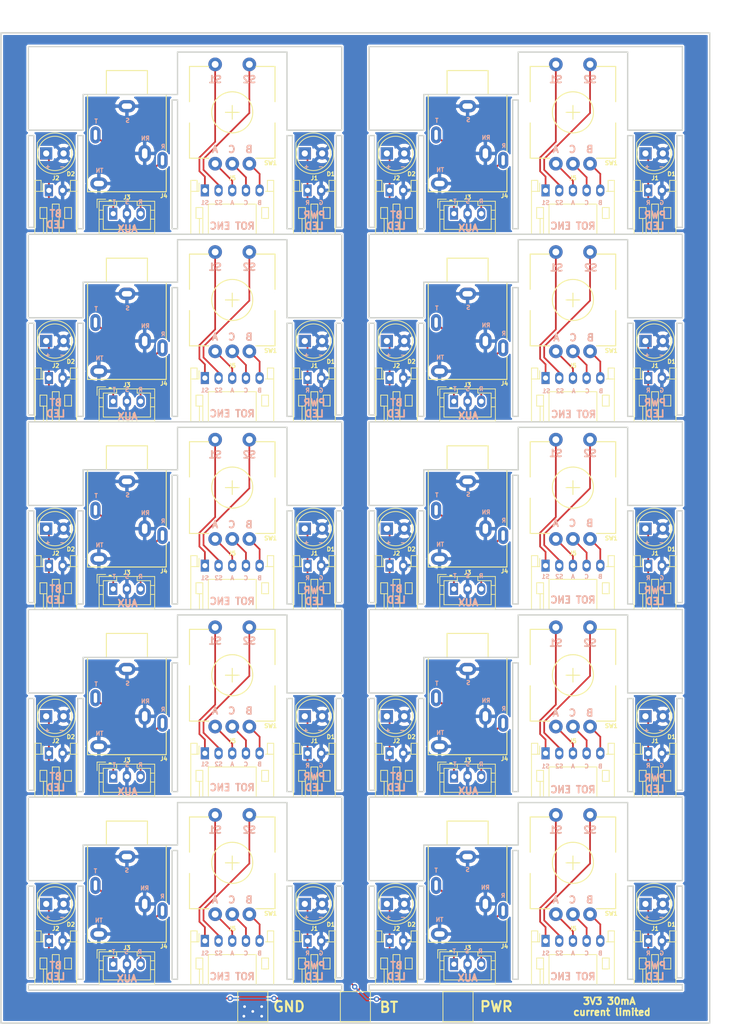
<source format=kicad_pcb>
(kicad_pcb (version 20171130) (host pcbnew "(5.0.0)")
  (layers (0 F.Cu signal) (31 B.Cu signal) (34 B.Paste user) (35 F.Paste user) (36 B.SilkS user) (37 F.SilkS user) (38 B.Mask user) (39 F.Mask user hide) (44 Edge.Cuts user))
  (net 0 "")
  (net 1 "Net-(J3-Pad1)")
  (net 2 "Net-(J5-Pad2)")
  (net 3 "Net-(J5-Pad1)")
  (net 4 "Net-(J5-Pad3)")
  (net 5 "Net-(J5-Pad4)")
  (net 6 "Net-(J5-Pad5)")
  (net 7 "Net-(J3-Pad3)")
  (net 8 GND)
  (net 9 +3V3)
  (module TestPoint:TestPoint_Pad_4.0x4.0mm (layer F.Cu) (at 122.2 174.2)
    (fp_text reference TP3 hide)
    (fp_text value TestPoint)
    (pad 1 smd rect (at 0 0) (size 4 4) (layers F.Cu F.Mask) (net 9 +3V3))
  )
  (module Connector_JST:JST_PH_S2B-PH-K_1x02_P2.00mm_Horizontal (layer F.Cu) (at 112.2 55)
    (fp_text reference J2 (at 1 -1.8) (layer F.SilkS) (effects (font (size 0.6 0.6))))
    (fp_text value JST_PH_S2B)
    (pad 2 thru_hole oval (at 2 0) (size 1.2 1.75) (drill 0.75) (layers *.Cu *.Mask) (net 8 GND))
    (pad 1 thru_hole rect (at 0 0) (size 1.2 1.75) (drill 0.75) (layers *.Cu *.Mask) (net 9 +3V3))
  )
  (module ZOUDIOfootprints:LED_D5.0mm (layer F.Cu) (at 149.6 49.6)
    (fp_text reference D1 (at 3.8 3) (layer F.SilkS) (effects (font (size 0.6 0.6))))
    (fp_text value RED/GREEN)
    (pad 2 thru_hole rect (at 0 0) (size 1.8 1.8) (drill 0.9) (layers *.Cu *.Mask) (net 9 +3V3))
    (pad 1 thru_hole circle (at 2.54 0) (size 1.8 1.8) (drill 0.9) (layers *.Cu *.Mask) (net 8 GND))
  )
  (module ZOUDIOfootprints:Bourns_PEC11R (layer F.Cu) (at 139 43.6)
    (fp_text reference SW1 (at 5.6 7.4) (layer F.SilkS) (effects (font (size 0.6 0.6))))
    (fp_text value Rotary_Encoder_Switch hide)
    (pad C thru_hole circle (at 0 7.5) (size 2 2) (drill 1) (layers *.Cu *.Mask) (net 5 "Net-(J5-Pad4)"))
    (pad A thru_hole circle (at -2.5 7.5) (size 2 2) (drill 1) (layers *.Cu *.Mask) (net 4 "Net-(J5-Pad3)"))
    (pad B thru_hole circle (at 2.5 7.5) (size 2 2) (drill 1) (layers *.Cu *.Mask) (net 6 "Net-(J5-Pad5)"))
    (pad S1 thru_hole circle (at -2.5 -7) (size 2 2) (drill 1) (layers *.Cu *.Mask) (net 3 "Net-(J5-Pad1)"))
    (pad S2 thru_hole circle (at 2.5 -7) (size 2 2) (drill 1) (layers *.Cu *.Mask) (net 2 "Net-(J5-Pad2)"))
    (pad "" np_thru_hole oval (at -5.7 0) (size 1.8 2.6) (drill oval 1.8 2.6) (layers *.Cu *.Mask))
    (pad "" np_thru_hole oval (at 5.7 0) (size 1.8 2.6) (drill oval 1.8 2.6) (layers *.Cu *.Mask))
  )
  (module Connector_JST:JST_PH_S5B-PH-K_1x05_P2.00mm_Horizontal (layer F.Cu) (at 135 55)
    (fp_text reference J5 (at 4 -1.8) (layer F.SilkS) (effects (font (size 0.6 0.6))))
    (fp_text value JST_PH_S5B)
    (pad 1 thru_hole rect (at 0 0) (size 1.2 1.75) (drill 0.75) (layers *.Cu *.Mask) (net 3 "Net-(J5-Pad1)"))
    (pad 2 thru_hole oval (at 2 0) (size 1.2 1.75) (drill 0.75) (layers *.Cu *.Mask) (net 2 "Net-(J5-Pad2)"))
    (pad 3 thru_hole oval (at 4 0) (size 1.2 1.75) (drill 0.75) (layers *.Cu *.Mask) (net 4 "Net-(J5-Pad3)"))
    (pad 4 thru_hole oval (at 6 0) (size 1.2 1.75) (drill 0.75) (layers *.Cu *.Mask) (net 5 "Net-(J5-Pad4)"))
    (pad 5 thru_hole oval (at 8 0) (size 1.2 1.75) (drill 0.75) (layers *.Cu *.Mask) (net 6 "Net-(J5-Pad5)"))
  )
  (module Connector_JST:JST_PH_B3B-PH-K_1x03_P2.00mm_Vertical (layer F.Cu) (at 121.6 58.4)
    (fp_text reference J3 (at 2 -2.4) (layer F.SilkS) (effects (font (size 0.6 0.6))))
    (fp_text value JST_PH_S3B)
    (pad 1 thru_hole rect (at 0 0) (size 1.2 1.75) (drill 0.75) (layers *.Cu *.Mask) (net 1 "Net-(J3-Pad1)"))
    (pad 2 thru_hole oval (at 2 0) (size 1.2 1.75) (drill 0.75) (layers *.Cu *.Mask) (net 8 GND))
    (pad 3 thru_hole oval (at 4 0) (size 1.2 1.75) (drill 0.75) (layers *.Cu *.Mask) (net 7 "Net-(J3-Pad3)"))
  )
  (module Connector_JST:JST_PH_S2B-PH-K_1x02_P2.00mm_Horizontal (layer F.Cu) (at 150 55)
    (fp_text reference J1 (at 1 -1.8) (layer F.SilkS) (effects (font (size 0.6 0.6))))
    (fp_text value JST_PH_S2B)
    (pad 1 thru_hole rect (at 0 0) (size 1.2 1.75) (drill 0.75) (layers *.Cu *.Mask) (net 9 +3V3))
    (pad 2 thru_hole oval (at 2 0) (size 1.2 1.75) (drill 0.75) (layers *.Cu *.Mask) (net 8 GND))
  )
  (module ZOUDIOfootprints:PJ-324M (layer F.Cu) (at 123.6 49.6 270)
    (fp_text reference J4 (at 6.2 -5.4) (layer F.SilkS) (effects (font (size 0.6 0.6))))
    (fp_text value PJ-324M hide)
    (pad R thru_hole oval (at 1 -5.2 270) (size 2.5 1.5) (drill oval 1.5 0.5) (layers *.Cu *.Mask) (net 7 "Net-(J3-Pad3)"))
    (pad T thru_hole oval (at -2.7 4.6 270) (size 2.5 1.5) (drill oval 1.5 0.5) (layers *.Cu *.Mask) (net 1 "Net-(J3-Pad1)"))
    (pad RN thru_hole oval (at 0 -2.6 270) (size 2.5 1.8) (drill oval 1.5 0.8) (layers *.Cu *.Mask) (net 8 GND))
    (pad S thru_hole oval (at -6.9 0) (size 2.5 1.8) (drill oval 1.5 0.8) (layers *.Cu *.Mask) (net 8 GND))
    (pad TN thru_hole oval (at 4.4 4.1) (size 2.5 1.8) (drill oval 1.5 0.8) (layers *.Cu *.Mask) (net 8 GND))
  )
  (module Connector_JST:JST_PH_S2B-PH-K_1x02_P2.00mm_Horizontal (layer F.Cu) (at 112.2 82.4)
    (fp_text reference J2 (at 1 -1.8) (layer F.SilkS) (effects (font (size 0.6 0.6))))
    (fp_text value JST_PH_S2B)
    (pad 1 thru_hole rect (at 0 0) (size 1.2 1.75) (drill 0.75) (layers *.Cu *.Mask) (net 9 +3V3))
    (pad 2 thru_hole oval (at 2 0) (size 1.2 1.75) (drill 0.75) (layers *.Cu *.Mask) (net 8 GND))
  )
  (module ZOUDIOfootprints:LED_D5.0mm (layer F.Cu) (at 149.6 77)
    (fp_text reference D1 (at 3.8 3) (layer F.SilkS) (effects (font (size 0.6 0.6))))
    (fp_text value RED/GREEN)
    (pad 1 thru_hole circle (at 2.54 0) (size 1.8 1.8) (drill 0.9) (layers *.Cu *.Mask) (net 8 GND))
    (pad 2 thru_hole rect (at 0 0) (size 1.8 1.8) (drill 0.9) (layers *.Cu *.Mask) (net 9 +3V3))
  )
  (module ZOUDIOfootprints:Bourns_PEC11R (layer F.Cu) (at 139 71)
    (fp_text reference SW1 (at 5.6 7.4) (layer F.SilkS) (effects (font (size 0.6 0.6))))
    (fp_text value Rotary_Encoder_Switch hide)
    (pad "" np_thru_hole oval (at 5.7 0) (size 1.8 2.6) (drill oval 1.8 2.6) (layers *.Cu *.Mask))
    (pad "" np_thru_hole oval (at -5.7 0) (size 1.8 2.6) (drill oval 1.8 2.6) (layers *.Cu *.Mask))
    (pad S2 thru_hole circle (at 2.5 -7) (size 2 2) (drill 1) (layers *.Cu *.Mask) (net 2 "Net-(J5-Pad2)"))
    (pad S1 thru_hole circle (at -2.5 -7) (size 2 2) (drill 1) (layers *.Cu *.Mask) (net 3 "Net-(J5-Pad1)"))
    (pad B thru_hole circle (at 2.5 7.5) (size 2 2) (drill 1) (layers *.Cu *.Mask) (net 6 "Net-(J5-Pad5)"))
    (pad A thru_hole circle (at -2.5 7.5) (size 2 2) (drill 1) (layers *.Cu *.Mask) (net 4 "Net-(J5-Pad3)"))
    (pad C thru_hole circle (at 0 7.5) (size 2 2) (drill 1) (layers *.Cu *.Mask) (net 5 "Net-(J5-Pad4)"))
  )
  (module Connector_JST:JST_PH_S5B-PH-K_1x05_P2.00mm_Horizontal (layer F.Cu) (at 135 109.8)
    (fp_text reference J5 (at 4 -1.8) (layer F.SilkS) (effects (font (size 0.6 0.6))))
    (fp_text value JST_PH_S5B)
    (pad 1 thru_hole rect (at 0 0) (size 1.2 1.75) (drill 0.75) (layers *.Cu *.Mask) (net 3 "Net-(J5-Pad1)"))
    (pad 2 thru_hole oval (at 2 0) (size 1.2 1.75) (drill 0.75) (layers *.Cu *.Mask) (net 2 "Net-(J5-Pad2)"))
    (pad 3 thru_hole oval (at 4 0) (size 1.2 1.75) (drill 0.75) (layers *.Cu *.Mask) (net 4 "Net-(J5-Pad3)"))
    (pad 4 thru_hole oval (at 6 0) (size 1.2 1.75) (drill 0.75) (layers *.Cu *.Mask) (net 5 "Net-(J5-Pad4)"))
    (pad 5 thru_hole oval (at 8 0) (size 1.2 1.75) (drill 0.75) (layers *.Cu *.Mask) (net 6 "Net-(J5-Pad5)"))
  )
  (module ZOUDIOfootprints:LED_D5.0mm (layer F.Cu) (at 111.8 77)
    (fp_text reference D2 (at 3.6 3) (layer F.SilkS) (effects (font (size 0.6 0.6))))
    (fp_text value BLUE)
    (pad 2 thru_hole rect (at 0 0) (size 1.8 1.8) (drill 0.9) (layers *.Cu *.Mask) (net 9 +3V3))
    (pad 1 thru_hole circle (at 2.54 0) (size 1.8 1.8) (drill 0.9) (layers *.Cu *.Mask) (net 8 GND))
  )
  (module ZOUDIOfootprints:LED_D5.0mm (layer F.Cu) (at 149.6 104.4)
    (fp_text reference D1 (at 3.8 3) (layer F.SilkS) (effects (font (size 0.6 0.6))))
    (fp_text value RED/GREEN)
    (pad 2 thru_hole rect (at 0 0) (size 1.8 1.8) (drill 0.9) (layers *.Cu *.Mask) (net 9 +3V3))
    (pad 1 thru_hole circle (at 2.54 0) (size 1.8 1.8) (drill 0.9) (layers *.Cu *.Mask) (net 8 GND))
  )
  (module Connector_JST:JST_PH_S2B-PH-K_1x02_P2.00mm_Horizontal (layer F.Cu) (at 112.2 109.8)
    (fp_text reference J2 (at 1 -1.8) (layer F.SilkS) (effects (font (size 0.6 0.6))))
    (fp_text value JST_PH_S2B)
    (pad 2 thru_hole oval (at 2 0) (size 1.2 1.75) (drill 0.75) (layers *.Cu *.Mask) (net 8 GND))
    (pad 1 thru_hole rect (at 0 0) (size 1.2 1.75) (drill 0.75) (layers *.Cu *.Mask) (net 9 +3V3))
  )
  (module ZOUDIOfootprints:Bourns_PEC11R (layer F.Cu) (at 139 98.4)
    (fp_text reference SW1 (at 5.6 7.4) (layer F.SilkS) (effects (font (size 0.6 0.6))))
    (fp_text value Rotary_Encoder_Switch hide)
    (pad C thru_hole circle (at 0 7.5) (size 2 2) (drill 1) (layers *.Cu *.Mask) (net 5 "Net-(J5-Pad4)"))
    (pad A thru_hole circle (at -2.5 7.5) (size 2 2) (drill 1) (layers *.Cu *.Mask) (net 4 "Net-(J5-Pad3)"))
    (pad B thru_hole circle (at 2.5 7.5) (size 2 2) (drill 1) (layers *.Cu *.Mask) (net 6 "Net-(J5-Pad5)"))
    (pad S1 thru_hole circle (at -2.5 -7) (size 2 2) (drill 1) (layers *.Cu *.Mask) (net 3 "Net-(J5-Pad1)"))
    (pad S2 thru_hole circle (at 2.5 -7) (size 2 2) (drill 1) (layers *.Cu *.Mask) (net 2 "Net-(J5-Pad2)"))
    (pad "" np_thru_hole oval (at -5.7 0) (size 1.8 2.6) (drill oval 1.8 2.6) (layers *.Cu *.Mask))
    (pad "" np_thru_hole oval (at 5.7 0) (size 1.8 2.6) (drill oval 1.8 2.6) (layers *.Cu *.Mask))
  )
  (module Connector_JST:JST_PH_B3B-PH-K_1x03_P2.00mm_Vertical (layer F.Cu) (at 121.6 113.2)
    (fp_text reference J3 (at 2 -2.4) (layer F.SilkS) (effects (font (size 0.6 0.6))))
    (fp_text value JST_PH_S3B)
    (pad 1 thru_hole rect (at 0 0) (size 1.2 1.75) (drill 0.75) (layers *.Cu *.Mask) (net 1 "Net-(J3-Pad1)"))
    (pad 2 thru_hole oval (at 2 0) (size 1.2 1.75) (drill 0.75) (layers *.Cu *.Mask) (net 8 GND))
    (pad 3 thru_hole oval (at 4 0) (size 1.2 1.75) (drill 0.75) (layers *.Cu *.Mask) (net 7 "Net-(J3-Pad3)"))
  )
  (module Connector_JST:JST_PH_S2B-PH-K_1x02_P2.00mm_Horizontal (layer F.Cu) (at 112.2 137.2)
    (fp_text reference J2 (at 1 -1.8) (layer F.SilkS) (effects (font (size 0.6 0.6))))
    (fp_text value JST_PH_S2B)
    (pad 2 thru_hole oval (at 2 0) (size 1.2 1.75) (drill 0.75) (layers *.Cu *.Mask) (net 8 GND))
    (pad 1 thru_hole rect (at 0 0) (size 1.2 1.75) (drill 0.75) (layers *.Cu *.Mask) (net 9 +3V3))
  )
  (module Connector_JST:JST_PH_S2B-PH-K_1x02_P2.00mm_Horizontal (layer F.Cu) (at 150 137.2)
    (fp_text reference J1 (at 1 -1.8) (layer F.SilkS) (effects (font (size 0.6 0.6))))
    (fp_text value JST_PH_S2B)
    (pad 1 thru_hole rect (at 0 0) (size 1.2 1.75) (drill 0.75) (layers *.Cu *.Mask) (net 9 +3V3))
    (pad 2 thru_hole oval (at 2 0) (size 1.2 1.75) (drill 0.75) (layers *.Cu *.Mask) (net 8 GND))
  )
  (module ZOUDIOfootprints:LED_D5.0mm (layer F.Cu) (at 149.6 131.8)
    (fp_text reference D1 (at 3.8 3) (layer F.SilkS) (effects (font (size 0.6 0.6))))
    (fp_text value RED/GREEN)
    (pad 2 thru_hole rect (at 0 0) (size 1.8 1.8) (drill 0.9) (layers *.Cu *.Mask) (net 9 +3V3))
    (pad 1 thru_hole circle (at 2.54 0) (size 1.8 1.8) (drill 0.9) (layers *.Cu *.Mask) (net 8 GND))
  )
  (module ZOUDIOfootprints:Bourns_PEC11R (layer F.Cu) (at 139 125.8)
    (fp_text reference SW1 (at 5.6 7.4) (layer F.SilkS) (effects (font (size 0.6 0.6))))
    (fp_text value Rotary_Encoder_Switch hide)
    (pad C thru_hole circle (at 0 7.5) (size 2 2) (drill 1) (layers *.Cu *.Mask) (net 5 "Net-(J5-Pad4)"))
    (pad A thru_hole circle (at -2.5 7.5) (size 2 2) (drill 1) (layers *.Cu *.Mask) (net 4 "Net-(J5-Pad3)"))
    (pad B thru_hole circle (at 2.5 7.5) (size 2 2) (drill 1) (layers *.Cu *.Mask) (net 6 "Net-(J5-Pad5)"))
    (pad S1 thru_hole circle (at -2.5 -7) (size 2 2) (drill 1) (layers *.Cu *.Mask) (net 3 "Net-(J5-Pad1)"))
    (pad S2 thru_hole circle (at 2.5 -7) (size 2 2) (drill 1) (layers *.Cu *.Mask) (net 2 "Net-(J5-Pad2)"))
    (pad "" np_thru_hole oval (at -5.7 0) (size 1.8 2.6) (drill oval 1.8 2.6) (layers *.Cu *.Mask))
    (pad "" np_thru_hole oval (at 5.7 0) (size 1.8 2.6) (drill oval 1.8 2.6) (layers *.Cu *.Mask))
  )
  (module Connector_JST:JST_PH_S5B-PH-K_1x05_P2.00mm_Horizontal (layer F.Cu) (at 135 137.2)
    (fp_text reference J5 (at 4 -1.8) (layer F.SilkS) (effects (font (size 0.6 0.6))))
    (fp_text value JST_PH_S5B)
    (pad 1 thru_hole rect (at 0 0) (size 1.2 1.75) (drill 0.75) (layers *.Cu *.Mask) (net 3 "Net-(J5-Pad1)"))
    (pad 2 thru_hole oval (at 2 0) (size 1.2 1.75) (drill 0.75) (layers *.Cu *.Mask) (net 2 "Net-(J5-Pad2)"))
    (pad 3 thru_hole oval (at 4 0) (size 1.2 1.75) (drill 0.75) (layers *.Cu *.Mask) (net 4 "Net-(J5-Pad3)"))
    (pad 4 thru_hole oval (at 6 0) (size 1.2 1.75) (drill 0.75) (layers *.Cu *.Mask) (net 5 "Net-(J5-Pad4)"))
    (pad 5 thru_hole oval (at 8 0) (size 1.2 1.75) (drill 0.75) (layers *.Cu *.Mask) (net 6 "Net-(J5-Pad5)"))
  )
  (module Connector_JST:JST_PH_S2B-PH-K_1x02_P2.00mm_Horizontal (layer F.Cu) (at 150 109.8)
    (fp_text reference J1 (at 1 -1.8) (layer F.SilkS) (effects (font (size 0.6 0.6))))
    (fp_text value JST_PH_S2B)
    (pad 1 thru_hole rect (at 0 0) (size 1.2 1.75) (drill 0.75) (layers *.Cu *.Mask) (net 9 +3V3))
    (pad 2 thru_hole oval (at 2 0) (size 1.2 1.75) (drill 0.75) (layers *.Cu *.Mask) (net 8 GND))
  )
  (module ZOUDIOfootprints:PJ-324M (layer F.Cu) (at 123.6 104.4 270)
    (fp_text reference J4 (at 6.2 -5.4) (layer F.SilkS) (effects (font (size 0.6 0.6))))
    (fp_text value PJ-324M hide)
    (pad R thru_hole oval (at 1 -5.2 270) (size 2.5 1.5) (drill oval 1.5 0.5) (layers *.Cu *.Mask) (net 7 "Net-(J3-Pad3)"))
    (pad T thru_hole oval (at -2.7 4.6 270) (size 2.5 1.5) (drill oval 1.5 0.5) (layers *.Cu *.Mask) (net 1 "Net-(J3-Pad1)"))
    (pad RN thru_hole oval (at 0 -2.6 270) (size 2.5 1.8) (drill oval 1.5 0.8) (layers *.Cu *.Mask) (net 8 GND))
    (pad S thru_hole oval (at -6.9 0) (size 2.5 1.8) (drill oval 1.5 0.8) (layers *.Cu *.Mask) (net 8 GND))
    (pad TN thru_hole oval (at 4.4 4.1) (size 2.5 1.8) (drill oval 1.5 0.8) (layers *.Cu *.Mask) (net 8 GND))
  )
  (module Connector_JST:JST_PH_S5B-PH-K_1x05_P2.00mm_Horizontal (layer F.Cu) (at 135 82.4)
    (fp_text reference J5 (at 4 -1.8) (layer F.SilkS) (effects (font (size 0.6 0.6))))
    (fp_text value JST_PH_S5B)
    (pad 5 thru_hole oval (at 8 0) (size 1.2 1.75) (drill 0.75) (layers *.Cu *.Mask) (net 6 "Net-(J5-Pad5)"))
    (pad 4 thru_hole oval (at 6 0) (size 1.2 1.75) (drill 0.75) (layers *.Cu *.Mask) (net 5 "Net-(J5-Pad4)"))
    (pad 3 thru_hole oval (at 4 0) (size 1.2 1.75) (drill 0.75) (layers *.Cu *.Mask) (net 4 "Net-(J5-Pad3)"))
    (pad 2 thru_hole oval (at 2 0) (size 1.2 1.75) (drill 0.75) (layers *.Cu *.Mask) (net 2 "Net-(J5-Pad2)"))
    (pad 1 thru_hole rect (at 0 0) (size 1.2 1.75) (drill 0.75) (layers *.Cu *.Mask) (net 3 "Net-(J5-Pad1)"))
  )
  (module ZOUDIOfootprints:PJ-324M (layer F.Cu) (at 123.6 131.8 270)
    (fp_text reference J4 (at 6.2 -5.4) (layer F.SilkS) (effects (font (size 0.6 0.6))))
    (fp_text value PJ-324M hide)
    (pad R thru_hole oval (at 1 -5.2 270) (size 2.5 1.5) (drill oval 1.5 0.5) (layers *.Cu *.Mask) (net 7 "Net-(J3-Pad3)"))
    (pad T thru_hole oval (at -2.7 4.6 270) (size 2.5 1.5) (drill oval 1.5 0.5) (layers *.Cu *.Mask) (net 1 "Net-(J3-Pad1)"))
    (pad RN thru_hole oval (at 0 -2.6 270) (size 2.5 1.8) (drill oval 1.5 0.8) (layers *.Cu *.Mask) (net 8 GND))
    (pad S thru_hole oval (at -6.9 0) (size 2.5 1.8) (drill oval 1.5 0.8) (layers *.Cu *.Mask) (net 8 GND))
    (pad TN thru_hole oval (at 4.4 4.1) (size 2.5 1.8) (drill oval 1.5 0.8) (layers *.Cu *.Mask) (net 8 GND))
  )
  (module ZOUDIOfootprints:LED_D5.0mm (layer F.Cu) (at 111.8 104.4)
    (fp_text reference D2 (at 3.6 3) (layer F.SilkS) (effects (font (size 0.6 0.6))))
    (fp_text value BLUE)
    (pad 1 thru_hole circle (at 2.54 0) (size 1.8 1.8) (drill 0.9) (layers *.Cu *.Mask) (net 8 GND))
    (pad 2 thru_hole rect (at 0 0) (size 1.8 1.8) (drill 0.9) (layers *.Cu *.Mask) (net 9 +3V3))
  )
  (module ZOUDIOfootprints:LED_D5.0mm (layer F.Cu) (at 111.8 131.8)
    (fp_text reference D2 (at 3.6 3) (layer F.SilkS) (effects (font (size 0.6 0.6))))
    (fp_text value BLUE)
    (pad 1 thru_hole circle (at 2.54 0) (size 1.8 1.8) (drill 0.9) (layers *.Cu *.Mask) (net 8 GND))
    (pad 2 thru_hole rect (at 0 0) (size 1.8 1.8) (drill 0.9) (layers *.Cu *.Mask) (net 9 +3V3))
  )
  (module ZOUDIOfootprints:LED_D5.0mm (layer F.Cu) (at 111.8 49.6)
    (fp_text reference D2 (at 3.6 3) (layer F.SilkS) (effects (font (size 0.6 0.6))))
    (fp_text value BLUE)
    (pad 1 thru_hole circle (at 2.54 0) (size 1.8 1.8) (drill 0.9) (layers *.Cu *.Mask) (net 8 GND))
    (pad 2 thru_hole rect (at 0 0) (size 1.8 1.8) (drill 0.9) (layers *.Cu *.Mask) (net 9 +3V3))
  )
  (module Connector_JST:JST_PH_B3B-PH-K_1x03_P2.00mm_Vertical (layer F.Cu) (at 121.6 85.8)
    (fp_text reference J3 (at 2 -2.4) (layer F.SilkS) (effects (font (size 0.6 0.6))))
    (fp_text value JST_PH_S3B)
    (pad 3 thru_hole oval (at 4 0) (size 1.2 1.75) (drill 0.75) (layers *.Cu *.Mask) (net 7 "Net-(J3-Pad3)"))
    (pad 2 thru_hole oval (at 2 0) (size 1.2 1.75) (drill 0.75) (layers *.Cu *.Mask) (net 8 GND))
    (pad 1 thru_hole rect (at 0 0) (size 1.2 1.75) (drill 0.75) (layers *.Cu *.Mask) (net 1 "Net-(J3-Pad1)"))
  )
  (module Connector_JST:JST_PH_S2B-PH-K_1x02_P2.00mm_Horizontal (layer F.Cu) (at 150 82.4)
    (fp_text reference J1 (at 1 -1.8) (layer F.SilkS) (effects (font (size 0.6 0.6))))
    (fp_text value JST_PH_S2B)
    (pad 2 thru_hole oval (at 2 0) (size 1.2 1.75) (drill 0.75) (layers *.Cu *.Mask) (net 8 GND))
    (pad 1 thru_hole rect (at 0 0) (size 1.2 1.75) (drill 0.75) (layers *.Cu *.Mask) (net 9 +3V3))
  )
  (module ZOUDIOfootprints:PJ-324M (layer F.Cu) (at 123.6 77 270)
    (fp_text reference J4 (at 6.2 -5.4) (layer F.SilkS) (effects (font (size 0.6 0.6))))
    (fp_text value PJ-324M hide)
    (pad TN thru_hole oval (at 4.4 4.1) (size 2.5 1.8) (drill oval 1.5 0.8) (layers *.Cu *.Mask) (net 8 GND))
    (pad S thru_hole oval (at -6.9 0) (size 2.5 1.8) (drill oval 1.5 0.8) (layers *.Cu *.Mask) (net 8 GND))
    (pad RN thru_hole oval (at 0 -2.6 270) (size 2.5 1.8) (drill oval 1.5 0.8) (layers *.Cu *.Mask) (net 8 GND))
    (pad T thru_hole oval (at -2.7 4.6 270) (size 2.5 1.5) (drill oval 1.5 0.5) (layers *.Cu *.Mask) (net 1 "Net-(J3-Pad1)"))
    (pad R thru_hole oval (at 1 -5.2 270) (size 2.5 1.5) (drill oval 1.5 0.5) (layers *.Cu *.Mask) (net 7 "Net-(J3-Pad3)"))
  )
  (module Connector_JST:JST_PH_B3B-PH-K_1x03_P2.00mm_Vertical (layer F.Cu) (at 121.6 140.6)
    (fp_text reference J3 (at 2 -2.4) (layer F.SilkS) (effects (font (size 0.6 0.6))))
    (fp_text value JST_PH_S3B)
    (pad 1 thru_hole rect (at 0 0) (size 1.2 1.75) (drill 0.75) (layers *.Cu *.Mask) (net 1 "Net-(J3-Pad1)"))
    (pad 2 thru_hole oval (at 2 0) (size 1.2 1.75) (drill 0.75) (layers *.Cu *.Mask) (net 8 GND))
    (pad 3 thru_hole oval (at 4 0) (size 1.2 1.75) (drill 0.75) (layers *.Cu *.Mask) (net 7 "Net-(J3-Pad3)"))
  )
  (module ZOUDIOfootprints:LED_D5.0mm (layer F.Cu) (at 111.8 159.2)
    (fp_text reference D2 (at 3.6 3) (layer F.SilkS) (effects (font (size 0.6 0.6))))
    (fp_text value BLUE)
    (pad 2 thru_hole rect (at 0 0) (size 1.8 1.8) (drill 0.9) (layers *.Cu *.Mask) (net 9 +3V3))
    (pad 1 thru_hole circle (at 2.54 0) (size 1.8 1.8) (drill 0.9) (layers *.Cu *.Mask) (net 8 GND))
  )
  (module Connector_JST:JST_PH_S2B-PH-K_1x02_P2.00mm_Horizontal (layer F.Cu) (at 112.2 164.6)
    (fp_text reference J2 (at 1 -1.8) (layer F.SilkS) (effects (font (size 0.6 0.6))))
    (fp_text value JST_PH_S2B)
    (pad 1 thru_hole rect (at 0 0) (size 1.2 1.75) (drill 0.75) (layers *.Cu *.Mask) (net 9 +3V3))
    (pad 2 thru_hole oval (at 2 0) (size 1.2 1.75) (drill 0.75) (layers *.Cu *.Mask) (net 8 GND))
  )
  (module Connector_JST:JST_PH_S2B-PH-K_1x02_P2.00mm_Horizontal (layer F.Cu) (at 150 164.6)
    (fp_text reference J1 (at 1 -1.8) (layer F.SilkS) (effects (font (size 0.6 0.6))))
    (fp_text value JST_PH_S2B)
    (pad 2 thru_hole oval (at 2 0) (size 1.2 1.75) (drill 0.75) (layers *.Cu *.Mask) (net 8 GND))
    (pad 1 thru_hole rect (at 0 0) (size 1.2 1.75) (drill 0.75) (layers *.Cu *.Mask) (net 9 +3V3))
  )
  (module ZOUDIOfootprints:LED_D5.0mm (layer F.Cu) (at 149.6 159.2)
    (fp_text reference D1 (at 3.8 3) (layer F.SilkS) (effects (font (size 0.6 0.6))))
    (fp_text value RED/GREEN)
    (pad 1 thru_hole circle (at 2.54 0) (size 1.8 1.8) (drill 0.9) (layers *.Cu *.Mask) (net 8 GND))
    (pad 2 thru_hole rect (at 0 0) (size 1.8 1.8) (drill 0.9) (layers *.Cu *.Mask) (net 9 +3V3))
  )
  (module ZOUDIOfootprints:Bourns_PEC11R (layer F.Cu) (at 139 153.2)
    (fp_text reference SW1 (at 5.6 7.4) (layer F.SilkS) (effects (font (size 0.6 0.6))))
    (fp_text value Rotary_Encoder_Switch hide)
    (pad "" np_thru_hole oval (at 5.7 0) (size 1.8 2.6) (drill oval 1.8 2.6) (layers *.Cu *.Mask))
    (pad "" np_thru_hole oval (at -5.7 0) (size 1.8 2.6) (drill oval 1.8 2.6) (layers *.Cu *.Mask))
    (pad S2 thru_hole circle (at 2.5 -7) (size 2 2) (drill 1) (layers *.Cu *.Mask) (net 2 "Net-(J5-Pad2)"))
    (pad S1 thru_hole circle (at -2.5 -7) (size 2 2) (drill 1) (layers *.Cu *.Mask) (net 3 "Net-(J5-Pad1)"))
    (pad B thru_hole circle (at 2.5 7.5) (size 2 2) (drill 1) (layers *.Cu *.Mask) (net 6 "Net-(J5-Pad5)"))
    (pad A thru_hole circle (at -2.5 7.5) (size 2 2) (drill 1) (layers *.Cu *.Mask) (net 4 "Net-(J5-Pad3)"))
    (pad C thru_hole circle (at 0 7.5) (size 2 2) (drill 1) (layers *.Cu *.Mask) (net 5 "Net-(J5-Pad4)"))
  )
  (module Connector_JST:JST_PH_B3B-PH-K_1x03_P2.00mm_Vertical (layer F.Cu) (at 121.6 168)
    (fp_text reference J3 (at 2 -2.4) (layer F.SilkS) (effects (font (size 0.6 0.6))))
    (fp_text value JST_PH_S3B)
    (pad 3 thru_hole oval (at 4 0) (size 1.2 1.75) (drill 0.75) (layers *.Cu *.Mask) (net 7 "Net-(J3-Pad3)"))
    (pad 2 thru_hole oval (at 2 0) (size 1.2 1.75) (drill 0.75) (layers *.Cu *.Mask) (net 8 GND))
    (pad 1 thru_hole rect (at 0 0) (size 1.2 1.75) (drill 0.75) (layers *.Cu *.Mask) (net 1 "Net-(J3-Pad1)"))
  )
  (module Connector_JST:JST_PH_S5B-PH-K_1x05_P2.00mm_Horizontal (layer F.Cu) (at 135 164.6)
    (fp_text reference J5 (at 4 -1.8) (layer F.SilkS) (effects (font (size 0.6 0.6))))
    (fp_text value JST_PH_S5B)
    (pad 5 thru_hole oval (at 8 0) (size 1.2 1.75) (drill 0.75) (layers *.Cu *.Mask) (net 6 "Net-(J5-Pad5)"))
    (pad 4 thru_hole oval (at 6 0) (size 1.2 1.75) (drill 0.75) (layers *.Cu *.Mask) (net 5 "Net-(J5-Pad4)"))
    (pad 3 thru_hole oval (at 4 0) (size 1.2 1.75) (drill 0.75) (layers *.Cu *.Mask) (net 4 "Net-(J5-Pad3)"))
    (pad 2 thru_hole oval (at 2 0) (size 1.2 1.75) (drill 0.75) (layers *.Cu *.Mask) (net 2 "Net-(J5-Pad2)"))
    (pad 1 thru_hole rect (at 0 0) (size 1.2 1.75) (drill 0.75) (layers *.Cu *.Mask) (net 3 "Net-(J5-Pad1)"))
  )
  (module ZOUDIOfootprints:PJ-324M (layer F.Cu) (at 123.6 159.2 270)
    (fp_text reference J4 (at 6.2 -5.4) (layer F.SilkS) (effects (font (size 0.6 0.6))))
    (fp_text value PJ-324M hide)
    (pad TN thru_hole oval (at 4.4 4.1) (size 2.5 1.8) (drill oval 1.5 0.8) (layers *.Cu *.Mask) (net 8 GND))
    (pad S thru_hole oval (at -6.9 0) (size 2.5 1.8) (drill oval 1.5 0.8) (layers *.Cu *.Mask) (net 8 GND))
    (pad RN thru_hole oval (at 0 -2.6 270) (size 2.5 1.8) (drill oval 1.5 0.8) (layers *.Cu *.Mask) (net 8 GND))
    (pad T thru_hole oval (at -2.7 4.6 270) (size 2.5 1.5) (drill oval 1.5 0.5) (layers *.Cu *.Mask) (net 1 "Net-(J3-Pad1)"))
    (pad R thru_hole oval (at 1 -5.2 270) (size 2.5 1.5) (drill oval 1.5 0.5) (layers *.Cu *.Mask) (net 7 "Net-(J3-Pad3)"))
  )
  (module Connector_JST:JST_PH_S2B-PH-K_1x02_P2.00mm_Horizontal (layer F.Cu) (at 62.4 55)
    (fp_text reference J2 (at 1 -1.8) (layer F.SilkS) (effects (font (size 0.6 0.6))))
    (fp_text value JST_PH_S2B)
    (pad 1 thru_hole rect (at 0 0) (size 1.2 1.75) (drill 0.75) (layers *.Cu *.Mask) (net 9 +3V3))
    (pad 2 thru_hole oval (at 2 0) (size 1.2 1.75) (drill 0.75) (layers *.Cu *.Mask) (net 8 GND))
  )
  (module ZOUDIOfootprints:LED_D5.0mm (layer F.Cu) (at 99.8 49.6)
    (fp_text reference D1 (at 3.8 3) (layer F.SilkS) (effects (font (size 0.6 0.6))))
    (fp_text value RED/GREEN)
    (pad 1 thru_hole circle (at 2.54 0) (size 1.8 1.8) (drill 0.9) (layers *.Cu *.Mask) (net 8 GND))
    (pad 2 thru_hole rect (at 0 0) (size 1.8 1.8) (drill 0.9) (layers *.Cu *.Mask) (net 9 +3V3))
  )
  (module ZOUDIOfootprints:Bourns_PEC11R (layer F.Cu) (at 89.2 43.6)
    (fp_text reference SW1 (at 5.6 7.4) (layer F.SilkS) (effects (font (size 0.6 0.6))))
    (fp_text value Rotary_Encoder_Switch hide)
    (pad "" np_thru_hole oval (at 5.7 0) (size 1.8 2.6) (drill oval 1.8 2.6) (layers *.Cu *.Mask))
    (pad "" np_thru_hole oval (at -5.7 0) (size 1.8 2.6) (drill oval 1.8 2.6) (layers *.Cu *.Mask))
    (pad S2 thru_hole circle (at 2.5 -7) (size 2 2) (drill 1) (layers *.Cu *.Mask) (net 2 "Net-(J5-Pad2)"))
    (pad S1 thru_hole circle (at -2.5 -7) (size 2 2) (drill 1) (layers *.Cu *.Mask) (net 3 "Net-(J5-Pad1)"))
    (pad B thru_hole circle (at 2.5 7.5) (size 2 2) (drill 1) (layers *.Cu *.Mask) (net 6 "Net-(J5-Pad5)"))
    (pad A thru_hole circle (at -2.5 7.5) (size 2 2) (drill 1) (layers *.Cu *.Mask) (net 4 "Net-(J5-Pad3)"))
    (pad C thru_hole circle (at 0 7.5) (size 2 2) (drill 1) (layers *.Cu *.Mask) (net 5 "Net-(J5-Pad4)"))
  )
  (module ZOUDIOfootprints:LED_D5.0mm (layer F.Cu) (at 62 49.6)
    (fp_text reference D2 (at 3.6 3) (layer F.SilkS) (effects (font (size 0.6 0.6))))
    (fp_text value BLUE)
    (pad 2 thru_hole rect (at 0 0) (size 1.8 1.8) (drill 0.9) (layers *.Cu *.Mask) (net 9 +3V3))
    (pad 1 thru_hole circle (at 2.54 0) (size 1.8 1.8) (drill 0.9) (layers *.Cu *.Mask) (net 8 GND))
  )
  (module Connector_JST:JST_PH_S5B-PH-K_1x05_P2.00mm_Horizontal (layer F.Cu) (at 85.2 55)
    (fp_text reference J5 (at 4 -1.8) (layer F.SilkS) (effects (font (size 0.6 0.6))))
    (fp_text value JST_PH_S5B)
    (pad 5 thru_hole oval (at 8 0) (size 1.2 1.75) (drill 0.75) (layers *.Cu *.Mask) (net 6 "Net-(J5-Pad5)"))
    (pad 4 thru_hole oval (at 6 0) (size 1.2 1.75) (drill 0.75) (layers *.Cu *.Mask) (net 5 "Net-(J5-Pad4)"))
    (pad 3 thru_hole oval (at 4 0) (size 1.2 1.75) (drill 0.75) (layers *.Cu *.Mask) (net 4 "Net-(J5-Pad3)"))
    (pad 2 thru_hole oval (at 2 0) (size 1.2 1.75) (drill 0.75) (layers *.Cu *.Mask) (net 2 "Net-(J5-Pad2)"))
    (pad 1 thru_hole rect (at 0 0) (size 1.2 1.75) (drill 0.75) (layers *.Cu *.Mask) (net 3 "Net-(J5-Pad1)"))
  )
  (module Connector_JST:JST_PH_B3B-PH-K_1x03_P2.00mm_Vertical (layer F.Cu) (at 71.8 58.4)
    (fp_text reference J3 (at 2 -2.4) (layer F.SilkS) (effects (font (size 0.6 0.6))))
    (fp_text value JST_PH_S3B)
    (pad 3 thru_hole oval (at 4 0) (size 1.2 1.75) (drill 0.75) (layers *.Cu *.Mask) (net 7 "Net-(J3-Pad3)"))
    (pad 2 thru_hole oval (at 2 0) (size 1.2 1.75) (drill 0.75) (layers *.Cu *.Mask) (net 8 GND))
    (pad 1 thru_hole rect (at 0 0) (size 1.2 1.75) (drill 0.75) (layers *.Cu *.Mask) (net 1 "Net-(J3-Pad1)"))
  )
  (module Connector_JST:JST_PH_S2B-PH-K_1x02_P2.00mm_Horizontal (layer F.Cu) (at 100.2 55)
    (fp_text reference J1 (at 1 -1.8) (layer F.SilkS) (effects (font (size 0.6 0.6))))
    (fp_text value JST_PH_S2B)
    (pad 2 thru_hole oval (at 2 0) (size 1.2 1.75) (drill 0.75) (layers *.Cu *.Mask) (net 8 GND))
    (pad 1 thru_hole rect (at 0 0) (size 1.2 1.75) (drill 0.75) (layers *.Cu *.Mask) (net 9 +3V3))
  )
  (module ZOUDIOfootprints:PJ-324M (layer F.Cu) (at 73.8 49.6 270)
    (fp_text reference J4 (at 6.2 -5.4) (layer F.SilkS) (effects (font (size 0.6 0.6))))
    (fp_text value PJ-324M hide)
    (pad TN thru_hole oval (at 4.4 4.1) (size 2.5 1.8) (drill oval 1.5 0.8) (layers *.Cu *.Mask) (net 8 GND))
    (pad S thru_hole oval (at -6.9 0) (size 2.5 1.8) (drill oval 1.5 0.8) (layers *.Cu *.Mask) (net 8 GND))
    (pad RN thru_hole oval (at 0 -2.6 270) (size 2.5 1.8) (drill oval 1.5 0.8) (layers *.Cu *.Mask) (net 8 GND))
    (pad T thru_hole oval (at -2.7 4.6 270) (size 2.5 1.5) (drill oval 1.5 0.5) (layers *.Cu *.Mask) (net 1 "Net-(J3-Pad1)"))
    (pad R thru_hole oval (at 1 -5.2 270) (size 2.5 1.5) (drill oval 1.5 0.5) (layers *.Cu *.Mask) (net 7 "Net-(J3-Pad3)"))
  )
  (module Connector_JST:JST_PH_S2B-PH-K_1x02_P2.00mm_Horizontal (layer F.Cu) (at 62.4 82.4)
    (fp_text reference J2 (at 1 -1.8) (layer F.SilkS) (effects (font (size 0.6 0.6))))
    (fp_text value JST_PH_S2B)
    (pad 2 thru_hole oval (at 2 0) (size 1.2 1.75) (drill 0.75) (layers *.Cu *.Mask) (net 8 GND))
    (pad 1 thru_hole rect (at 0 0) (size 1.2 1.75) (drill 0.75) (layers *.Cu *.Mask) (net 9 +3V3))
  )
  (module Connector_JST:JST_PH_S2B-PH-K_1x02_P2.00mm_Horizontal (layer F.Cu) (at 100.2 82.4)
    (fp_text reference J1 (at 1 -1.8) (layer F.SilkS) (effects (font (size 0.6 0.6))))
    (fp_text value JST_PH_S2B)
    (pad 1 thru_hole rect (at 0 0) (size 1.2 1.75) (drill 0.75) (layers *.Cu *.Mask) (net 9 +3V3))
    (pad 2 thru_hole oval (at 2 0) (size 1.2 1.75) (drill 0.75) (layers *.Cu *.Mask) (net 8 GND))
  )
  (module ZOUDIOfootprints:LED_D5.0mm (layer F.Cu) (at 99.8 77)
    (fp_text reference D1 (at 3.8 3) (layer F.SilkS) (effects (font (size 0.6 0.6))))
    (fp_text value RED/GREEN)
    (pad 2 thru_hole rect (at 0 0) (size 1.8 1.8) (drill 0.9) (layers *.Cu *.Mask) (net 9 +3V3))
    (pad 1 thru_hole circle (at 2.54 0) (size 1.8 1.8) (drill 0.9) (layers *.Cu *.Mask) (net 8 GND))
  )
  (module ZOUDIOfootprints:Bourns_PEC11R (layer F.Cu) (at 89.2 71)
    (fp_text reference SW1 (at 5.6 7.4) (layer F.SilkS) (effects (font (size 0.6 0.6))))
    (fp_text value Rotary_Encoder_Switch hide)
    (pad C thru_hole circle (at 0 7.5) (size 2 2) (drill 1) (layers *.Cu *.Mask) (net 5 "Net-(J5-Pad4)"))
    (pad A thru_hole circle (at -2.5 7.5) (size 2 2) (drill 1) (layers *.Cu *.Mask) (net 4 "Net-(J5-Pad3)"))
    (pad B thru_hole circle (at 2.5 7.5) (size 2 2) (drill 1) (layers *.Cu *.Mask) (net 6 "Net-(J5-Pad5)"))
    (pad S1 thru_hole circle (at -2.5 -7) (size 2 2) (drill 1) (layers *.Cu *.Mask) (net 3 "Net-(J5-Pad1)"))
    (pad S2 thru_hole circle (at 2.5 -7) (size 2 2) (drill 1) (layers *.Cu *.Mask) (net 2 "Net-(J5-Pad2)"))
    (pad "" np_thru_hole oval (at -5.7 0) (size 1.8 2.6) (drill oval 1.8 2.6) (layers *.Cu *.Mask))
    (pad "" np_thru_hole oval (at 5.7 0) (size 1.8 2.6) (drill oval 1.8 2.6) (layers *.Cu *.Mask))
  )
  (module Connector_JST:JST_PH_S5B-PH-K_1x05_P2.00mm_Horizontal (layer F.Cu) (at 85.2 82.4)
    (fp_text reference J5 (at 4 -1.8) (layer F.SilkS) (effects (font (size 0.6 0.6))))
    (fp_text value JST_PH_S5B)
    (pad 1 thru_hole rect (at 0 0) (size 1.2 1.75) (drill 0.75) (layers *.Cu *.Mask) (net 3 "Net-(J5-Pad1)"))
    (pad 2 thru_hole oval (at 2 0) (size 1.2 1.75) (drill 0.75) (layers *.Cu *.Mask) (net 2 "Net-(J5-Pad2)"))
    (pad 3 thru_hole oval (at 4 0) (size 1.2 1.75) (drill 0.75) (layers *.Cu *.Mask) (net 4 "Net-(J5-Pad3)"))
    (pad 4 thru_hole oval (at 6 0) (size 1.2 1.75) (drill 0.75) (layers *.Cu *.Mask) (net 5 "Net-(J5-Pad4)"))
    (pad 5 thru_hole oval (at 8 0) (size 1.2 1.75) (drill 0.75) (layers *.Cu *.Mask) (net 6 "Net-(J5-Pad5)"))
  )
  (module ZOUDIOfootprints:PJ-324M (layer F.Cu) (at 73.8 77 270)
    (fp_text reference J4 (at 6.2 -5.4) (layer F.SilkS) (effects (font (size 0.6 0.6))))
    (fp_text value PJ-324M hide)
    (pad R thru_hole oval (at 1 -5.2 270) (size 2.5 1.5) (drill oval 1.5 0.5) (layers *.Cu *.Mask) (net 7 "Net-(J3-Pad3)"))
    (pad T thru_hole oval (at -2.7 4.6 270) (size 2.5 1.5) (drill oval 1.5 0.5) (layers *.Cu *.Mask) (net 1 "Net-(J3-Pad1)"))
    (pad RN thru_hole oval (at 0 -2.6 270) (size 2.5 1.8) (drill oval 1.5 0.8) (layers *.Cu *.Mask) (net 8 GND))
    (pad S thru_hole oval (at -6.9 0) (size 2.5 1.8) (drill oval 1.5 0.8) (layers *.Cu *.Mask) (net 8 GND))
    (pad TN thru_hole oval (at 4.4 4.1) (size 2.5 1.8) (drill oval 1.5 0.8) (layers *.Cu *.Mask) (net 8 GND))
  )
  (module ZOUDIOfootprints:LED_D5.0mm (layer F.Cu) (at 62 77)
    (fp_text reference D2 (at 3.6 3) (layer F.SilkS) (effects (font (size 0.6 0.6))))
    (fp_text value BLUE)
    (pad 1 thru_hole circle (at 2.54 0) (size 1.8 1.8) (drill 0.9) (layers *.Cu *.Mask) (net 8 GND))
    (pad 2 thru_hole rect (at 0 0) (size 1.8 1.8) (drill 0.9) (layers *.Cu *.Mask) (net 9 +3V3))
  )
  (module Connector_JST:JST_PH_B3B-PH-K_1x03_P2.00mm_Vertical (layer F.Cu) (at 71.8 85.8)
    (fp_text reference J3 (at 2 -2.4) (layer F.SilkS) (effects (font (size 0.6 0.6))))
    (fp_text value JST_PH_S3B)
    (pad 1 thru_hole rect (at 0 0) (size 1.2 1.75) (drill 0.75) (layers *.Cu *.Mask) (net 1 "Net-(J3-Pad1)"))
    (pad 2 thru_hole oval (at 2 0) (size 1.2 1.75) (drill 0.75) (layers *.Cu *.Mask) (net 8 GND))
    (pad 3 thru_hole oval (at 4 0) (size 1.2 1.75) (drill 0.75) (layers *.Cu *.Mask) (net 7 "Net-(J3-Pad3)"))
  )
  (module ZOUDIOfootprints:LED_D5.0mm (layer F.Cu) (at 62 104.4)
    (fp_text reference D2 (at 3.6 3) (layer F.SilkS) (effects (font (size 0.6 0.6))))
    (fp_text value BLUE)
    (pad 2 thru_hole rect (at 0 0) (size 1.8 1.8) (drill 0.9) (layers *.Cu *.Mask) (net 9 +3V3))
    (pad 1 thru_hole circle (at 2.54 0) (size 1.8 1.8) (drill 0.9) (layers *.Cu *.Mask) (net 8 GND))
  )
  (module Connector_JST:JST_PH_S2B-PH-K_1x02_P2.00mm_Horizontal (layer F.Cu) (at 62.4 109.8)
    (fp_text reference J2 (at 1 -1.8) (layer F.SilkS) (effects (font (size 0.6 0.6))))
    (fp_text value JST_PH_S2B)
    (pad 1 thru_hole rect (at 0 0) (size 1.2 1.75) (drill 0.75) (layers *.Cu *.Mask) (net 9 +3V3))
    (pad 2 thru_hole oval (at 2 0) (size 1.2 1.75) (drill 0.75) (layers *.Cu *.Mask) (net 8 GND))
  )
  (module Connector_JST:JST_PH_S2B-PH-K_1x02_P2.00mm_Horizontal (layer F.Cu) (at 100.2 109.8)
    (fp_text reference J1 (at 1 -1.8) (layer F.SilkS) (effects (font (size 0.6 0.6))))
    (fp_text value JST_PH_S2B)
    (pad 2 thru_hole oval (at 2 0) (size 1.2 1.75) (drill 0.75) (layers *.Cu *.Mask) (net 8 GND))
    (pad 1 thru_hole rect (at 0 0) (size 1.2 1.75) (drill 0.75) (layers *.Cu *.Mask) (net 9 +3V3))
  )
  (module ZOUDIOfootprints:LED_D5.0mm (layer F.Cu) (at 99.8 104.4)
    (fp_text reference D1 (at 3.8 3) (layer F.SilkS) (effects (font (size 0.6 0.6))))
    (fp_text value RED/GREEN)
    (pad 1 thru_hole circle (at 2.54 0) (size 1.8 1.8) (drill 0.9) (layers *.Cu *.Mask) (net 8 GND))
    (pad 2 thru_hole rect (at 0 0) (size 1.8 1.8) (drill 0.9) (layers *.Cu *.Mask) (net 9 +3V3))
  )
  (module ZOUDIOfootprints:Bourns_PEC11R (layer F.Cu) (at 89.2 98.4)
    (fp_text reference SW1 (at 5.6 7.4) (layer F.SilkS) (effects (font (size 0.6 0.6))))
    (fp_text value Rotary_Encoder_Switch hide)
    (pad "" np_thru_hole oval (at 5.7 0) (size 1.8 2.6) (drill oval 1.8 2.6) (layers *.Cu *.Mask))
    (pad "" np_thru_hole oval (at -5.7 0) (size 1.8 2.6) (drill oval 1.8 2.6) (layers *.Cu *.Mask))
    (pad S2 thru_hole circle (at 2.5 -7) (size 2 2) (drill 1) (layers *.Cu *.Mask) (net 2 "Net-(J5-Pad2)"))
    (pad S1 thru_hole circle (at -2.5 -7) (size 2 2) (drill 1) (layers *.Cu *.Mask) (net 3 "Net-(J5-Pad1)"))
    (pad B thru_hole circle (at 2.5 7.5) (size 2 2) (drill 1) (layers *.Cu *.Mask) (net 6 "Net-(J5-Pad5)"))
    (pad A thru_hole circle (at -2.5 7.5) (size 2 2) (drill 1) (layers *.Cu *.Mask) (net 4 "Net-(J5-Pad3)"))
    (pad C thru_hole circle (at 0 7.5) (size 2 2) (drill 1) (layers *.Cu *.Mask) (net 5 "Net-(J5-Pad4)"))
  )
  (module Connector_JST:JST_PH_B3B-PH-K_1x03_P2.00mm_Vertical (layer F.Cu) (at 71.8 113.2)
    (fp_text reference J3 (at 2 -2.4) (layer F.SilkS) (effects (font (size 0.6 0.6))))
    (fp_text value JST_PH_S3B)
    (pad 3 thru_hole oval (at 4 0) (size 1.2 1.75) (drill 0.75) (layers *.Cu *.Mask) (net 7 "Net-(J3-Pad3)"))
    (pad 2 thru_hole oval (at 2 0) (size 1.2 1.75) (drill 0.75) (layers *.Cu *.Mask) (net 8 GND))
    (pad 1 thru_hole rect (at 0 0) (size 1.2 1.75) (drill 0.75) (layers *.Cu *.Mask) (net 1 "Net-(J3-Pad1)"))
  )
  (module Connector_JST:JST_PH_S5B-PH-K_1x05_P2.00mm_Horizontal (layer F.Cu) (at 85.2 109.8)
    (fp_text reference J5 (at 4 -1.8) (layer F.SilkS) (effects (font (size 0.6 0.6))))
    (fp_text value JST_PH_S5B)
    (pad 5 thru_hole oval (at 8 0) (size 1.2 1.75) (drill 0.75) (layers *.Cu *.Mask) (net 6 "Net-(J5-Pad5)"))
    (pad 4 thru_hole oval (at 6 0) (size 1.2 1.75) (drill 0.75) (layers *.Cu *.Mask) (net 5 "Net-(J5-Pad4)"))
    (pad 3 thru_hole oval (at 4 0) (size 1.2 1.75) (drill 0.75) (layers *.Cu *.Mask) (net 4 "Net-(J5-Pad3)"))
    (pad 2 thru_hole oval (at 2 0) (size 1.2 1.75) (drill 0.75) (layers *.Cu *.Mask) (net 2 "Net-(J5-Pad2)"))
    (pad 1 thru_hole rect (at 0 0) (size 1.2 1.75) (drill 0.75) (layers *.Cu *.Mask) (net 3 "Net-(J5-Pad1)"))
  )
  (module ZOUDIOfootprints:PJ-324M (layer F.Cu) (at 73.8 104.4 270)
    (fp_text reference J4 (at 6.2 -5.4) (layer F.SilkS) (effects (font (size 0.6 0.6))))
    (fp_text value PJ-324M hide)
    (pad TN thru_hole oval (at 4.4 4.1) (size 2.5 1.8) (drill oval 1.5 0.8) (layers *.Cu *.Mask) (net 8 GND))
    (pad S thru_hole oval (at -6.9 0) (size 2.5 1.8) (drill oval 1.5 0.8) (layers *.Cu *.Mask) (net 8 GND))
    (pad RN thru_hole oval (at 0 -2.6 270) (size 2.5 1.8) (drill oval 1.5 0.8) (layers *.Cu *.Mask) (net 8 GND))
    (pad T thru_hole oval (at -2.7 4.6 270) (size 2.5 1.5) (drill oval 1.5 0.5) (layers *.Cu *.Mask) (net 1 "Net-(J3-Pad1)"))
    (pad R thru_hole oval (at 1 -5.2 270) (size 2.5 1.5) (drill oval 1.5 0.5) (layers *.Cu *.Mask) (net 7 "Net-(J3-Pad3)"))
  )
  (module ZOUDIOfootprints:LED_D5.0mm (layer F.Cu) (at 62 131.8)
    (fp_text reference D2 (at 3.6 3) (layer F.SilkS) (effects (font (size 0.6 0.6))))
    (fp_text value BLUE)
    (pad 2 thru_hole rect (at 0 0) (size 1.8 1.8) (drill 0.9) (layers *.Cu *.Mask) (net 9 +3V3))
    (pad 1 thru_hole circle (at 2.54 0) (size 1.8 1.8) (drill 0.9) (layers *.Cu *.Mask) (net 8 GND))
  )
  (module Connector_JST:JST_PH_S2B-PH-K_1x02_P2.00mm_Horizontal (layer F.Cu) (at 62.4 137.2)
    (fp_text reference J2 (at 1 -1.8) (layer F.SilkS) (effects (font (size 0.6 0.6))))
    (fp_text value JST_PH_S2B)
    (pad 1 thru_hole rect (at 0 0) (size 1.2 1.75) (drill 0.75) (layers *.Cu *.Mask) (net 9 +3V3))
    (pad 2 thru_hole oval (at 2 0) (size 1.2 1.75) (drill 0.75) (layers *.Cu *.Mask) (net 8 GND))
  )
  (module Connector_JST:JST_PH_S2B-PH-K_1x02_P2.00mm_Horizontal (layer F.Cu) (at 100.2 137.2)
    (fp_text reference J1 (at 1 -1.8) (layer F.SilkS) (effects (font (size 0.6 0.6))))
    (fp_text value JST_PH_S2B)
    (pad 2 thru_hole oval (at 2 0) (size 1.2 1.75) (drill 0.75) (layers *.Cu *.Mask) (net 8 GND))
    (pad 1 thru_hole rect (at 0 0) (size 1.2 1.75) (drill 0.75) (layers *.Cu *.Mask) (net 9 +3V3))
  )
  (module ZOUDIOfootprints:LED_D5.0mm (layer F.Cu) (at 99.8 131.8)
    (fp_text reference D1 (at 3.8 3) (layer F.SilkS) (effects (font (size 0.6 0.6))))
    (fp_text value RED/GREEN)
    (pad 1 thru_hole circle (at 2.54 0) (size 1.8 1.8) (drill 0.9) (layers *.Cu *.Mask) (net 8 GND))
    (pad 2 thru_hole rect (at 0 0) (size 1.8 1.8) (drill 0.9) (layers *.Cu *.Mask) (net 9 +3V3))
  )
  (module ZOUDIOfootprints:Bourns_PEC11R (layer F.Cu) (at 89.2 125.8)
    (fp_text reference SW1 (at 5.6 7.4) (layer F.SilkS) (effects (font (size 0.6 0.6))))
    (fp_text value Rotary_Encoder_Switch hide)
    (pad "" np_thru_hole oval (at 5.7 0) (size 1.8 2.6) (drill oval 1.8 2.6) (layers *.Cu *.Mask))
    (pad "" np_thru_hole oval (at -5.7 0) (size 1.8 2.6) (drill oval 1.8 2.6) (layers *.Cu *.Mask))
    (pad S2 thru_hole circle (at 2.5 -7) (size 2 2) (drill 1) (layers *.Cu *.Mask) (net 2 "Net-(J5-Pad2)"))
    (pad S1 thru_hole circle (at -2.5 -7) (size 2 2) (drill 1) (layers *.Cu *.Mask) (net 3 "Net-(J5-Pad1)"))
    (pad B thru_hole circle (at 2.5 7.5) (size 2 2) (drill 1) (layers *.Cu *.Mask) (net 6 "Net-(J5-Pad5)"))
    (pad A thru_hole circle (at -2.5 7.5) (size 2 2) (drill 1) (layers *.Cu *.Mask) (net 4 "Net-(J5-Pad3)"))
    (pad C thru_hole circle (at 0 7.5) (size 2 2) (drill 1) (layers *.Cu *.Mask) (net 5 "Net-(J5-Pad4)"))
  )
  (module Connector_JST:JST_PH_B3B-PH-K_1x03_P2.00mm_Vertical (layer F.Cu) (at 71.8 140.6)
    (fp_text reference J3 (at 2 -2.4) (layer F.SilkS) (effects (font (size 0.6 0.6))))
    (fp_text value JST_PH_S3B)
    (pad 3 thru_hole oval (at 4 0) (size 1.2 1.75) (drill 0.75) (layers *.Cu *.Mask) (net 7 "Net-(J3-Pad3)"))
    (pad 2 thru_hole oval (at 2 0) (size 1.2 1.75) (drill 0.75) (layers *.Cu *.Mask) (net 8 GND))
    (pad 1 thru_hole rect (at 0 0) (size 1.2 1.75) (drill 0.75) (layers *.Cu *.Mask) (net 1 "Net-(J3-Pad1)"))
  )
  (module Connector_JST:JST_PH_S5B-PH-K_1x05_P2.00mm_Horizontal (layer F.Cu) (at 85.2 137.2)
    (fp_text reference J5 (at 4 -1.8) (layer F.SilkS) (effects (font (size 0.6 0.6))))
    (fp_text value JST_PH_S5B)
    (pad 5 thru_hole oval (at 8 0) (size 1.2 1.75) (drill 0.75) (layers *.Cu *.Mask) (net 6 "Net-(J5-Pad5)"))
    (pad 4 thru_hole oval (at 6 0) (size 1.2 1.75) (drill 0.75) (layers *.Cu *.Mask) (net 5 "Net-(J5-Pad4)"))
    (pad 3 thru_hole oval (at 4 0) (size 1.2 1.75) (drill 0.75) (layers *.Cu *.Mask) (net 4 "Net-(J5-Pad3)"))
    (pad 2 thru_hole oval (at 2 0) (size 1.2 1.75) (drill 0.75) (layers *.Cu *.Mask) (net 2 "Net-(J5-Pad2)"))
    (pad 1 thru_hole rect (at 0 0) (size 1.2 1.75) (drill 0.75) (layers *.Cu *.Mask) (net 3 "Net-(J5-Pad1)"))
  )
  (module ZOUDIOfootprints:PJ-324M (layer F.Cu) (at 73.8 131.8 270)
    (fp_text reference J4 (at 6.2 -5.4) (layer F.SilkS) (effects (font (size 0.6 0.6))))
    (fp_text value PJ-324M hide)
    (pad TN thru_hole oval (at 4.4 4.1) (size 2.5 1.8) (drill oval 1.5 0.8) (layers *.Cu *.Mask) (net 8 GND))
    (pad S thru_hole oval (at -6.9 0) (size 2.5 1.8) (drill oval 1.5 0.8) (layers *.Cu *.Mask) (net 8 GND))
    (pad RN thru_hole oval (at 0 -2.6 270) (size 2.5 1.8) (drill oval 1.5 0.8) (layers *.Cu *.Mask) (net 8 GND))
    (pad T thru_hole oval (at -2.7 4.6 270) (size 2.5 1.5) (drill oval 1.5 0.5) (layers *.Cu *.Mask) (net 1 "Net-(J3-Pad1)"))
    (pad R thru_hole oval (at 1 -5.2 270) (size 2.5 1.5) (drill oval 1.5 0.5) (layers *.Cu *.Mask) (net 7 "Net-(J3-Pad3)"))
  )
  (module Connector_JST:JST_PH_B3B-PH-K_1x03_P2.00mm_Vertical (layer F.Cu) (at 71.8 168)
    (fp_text reference J3 (at 2 -2.4) (layer F.SilkS) (effects (font (size 0.6 0.6))))
    (fp_text value JST_PH_S3B)
    (pad 1 thru_hole rect (at 0 0) (size 1.2 1.75) (drill 0.75) (layers *.Cu *.Mask) (net 1 "Net-(J3-Pad1)"))
    (pad 2 thru_hole oval (at 2 0) (size 1.2 1.75) (drill 0.75) (layers *.Cu *.Mask) (net 8 GND))
    (pad 3 thru_hole oval (at 4 0) (size 1.2 1.75) (drill 0.75) (layers *.Cu *.Mask) (net 7 "Net-(J3-Pad3)"))
  )
  (module Connector_JST:JST_PH_S2B-PH-K_1x02_P2.00mm_Horizontal (layer F.Cu) (at 62.4 164.6)
    (fp_text reference J2 (at 1 -1.8) (layer F.SilkS) (effects (font (size 0.6 0.6))))
    (fp_text value JST_PH_S2B)
    (pad 2 thru_hole oval (at 2 0) (size 1.2 1.75) (drill 0.75) (layers *.Cu *.Mask) (net 8 GND))
    (pad 1 thru_hole rect (at 0 0) (size 1.2 1.75) (drill 0.75) (layers *.Cu *.Mask) (net 9 +3V3))
  )
  (module Connector_JST:JST_PH_S2B-PH-K_1x02_P2.00mm_Horizontal (layer F.Cu) (at 100.2 164.6)
    (fp_text reference J1 (at 1 -1.8) (layer F.SilkS) (effects (font (size 0.6 0.6))))
    (fp_text value JST_PH_S2B)
    (pad 1 thru_hole rect (at 0 0) (size 1.2 1.75) (drill 0.75) (layers *.Cu *.Mask) (net 9 +3V3))
    (pad 2 thru_hole oval (at 2 0) (size 1.2 1.75) (drill 0.75) (layers *.Cu *.Mask) (net 8 GND))
  )
  (module Connector_JST:JST_PH_S5B-PH-K_1x05_P2.00mm_Horizontal (layer F.Cu) (at 85.2 164.6)
    (fp_text reference J5 (at 4 -1.8) (layer F.SilkS) (effects (font (size 0.6 0.6))))
    (fp_text value JST_PH_S5B)
    (pad 1 thru_hole rect (at 0 0) (size 1.2 1.75) (drill 0.75) (layers *.Cu *.Mask) (net 3 "Net-(J5-Pad1)"))
    (pad 2 thru_hole oval (at 2 0) (size 1.2 1.75) (drill 0.75) (layers *.Cu *.Mask) (net 2 "Net-(J5-Pad2)"))
    (pad 3 thru_hole oval (at 4 0) (size 1.2 1.75) (drill 0.75) (layers *.Cu *.Mask) (net 4 "Net-(J5-Pad3)"))
    (pad 4 thru_hole oval (at 6 0) (size 1.2 1.75) (drill 0.75) (layers *.Cu *.Mask) (net 5 "Net-(J5-Pad4)"))
    (pad 5 thru_hole oval (at 8 0) (size 1.2 1.75) (drill 0.75) (layers *.Cu *.Mask) (net 6 "Net-(J5-Pad5)"))
  )
  (module TestPoint:TestPoint_Pad_4.0x4.0mm (layer F.Cu) (at 92.2 174.2)
    (fp_text reference TP2 hide)
    (fp_text value TestPoint)
    (pad 1 smd rect (at 0 0) (size 4 4) (layers F.Cu F.Mask) (net 8 GND))
  )
  (module TestPoint:TestPoint_Pad_4.0x4.0mm (layer F.Cu) (at 107.2 174.2)
    (fp_text reference TP1 hide)
    (fp_text value TestPoint)
    (pad 1 smd rect (at 0 0) (size 4 4) (layers F.Cu F.Mask) (net 9 +3V3))
  )
  (module ZOUDIOfootprints:Bourns_PEC11R (layer F.Cu) (at 89.2 153.2)
    (fp_text reference SW1 (at 5.6 7.4) (layer F.SilkS) (effects (font (size 0.6 0.6))))
    (fp_text value Rotary_Encoder_Switch hide)
    (pad C thru_hole circle (at 0 7.5) (size 2 2) (drill 1) (layers *.Cu *.Mask) (net 5 "Net-(J5-Pad4)"))
    (pad A thru_hole circle (at -2.5 7.5) (size 2 2) (drill 1) (layers *.Cu *.Mask) (net 4 "Net-(J5-Pad3)"))
    (pad B thru_hole circle (at 2.5 7.5) (size 2 2) (drill 1) (layers *.Cu *.Mask) (net 6 "Net-(J5-Pad5)"))
    (pad S1 thru_hole circle (at -2.5 -7) (size 2 2) (drill 1) (layers *.Cu *.Mask) (net 3 "Net-(J5-Pad1)"))
    (pad S2 thru_hole circle (at 2.5 -7) (size 2 2) (drill 1) (layers *.Cu *.Mask) (net 2 "Net-(J5-Pad2)"))
    (pad "" np_thru_hole oval (at -5.7 0) (size 1.8 2.6) (drill oval 1.8 2.6) (layers *.Cu *.Mask))
    (pad "" np_thru_hole oval (at 5.7 0) (size 1.8 2.6) (drill oval 1.8 2.6) (layers *.Cu *.Mask))
  )
  (module ZOUDIOfootprints:LED_D5.0mm (layer F.Cu) (at 62 159.2)
    (fp_text reference D2 (at 3.6 3) (layer F.SilkS) (effects (font (size 0.6 0.6))))
    (fp_text value BLUE)
    (pad 1 thru_hole circle (at 2.54 0) (size 1.8 1.8) (drill 0.9) (layers *.Cu *.Mask) (net 8 GND))
    (pad 2 thru_hole rect (at 0 0) (size 1.8 1.8) (drill 0.9) (layers *.Cu *.Mask) (net 9 +3V3))
  )
  (module ZOUDIOfootprints:LED_D5.0mm (layer F.Cu) (at 99.8 159.2)
    (fp_text reference D1 (at 3.8 3) (layer F.SilkS) (effects (font (size 0.6 0.6))))
    (fp_text value RED/GREEN)
    (pad 2 thru_hole rect (at 0 0) (size 1.8 1.8) (drill 0.9) (layers *.Cu *.Mask) (net 9 +3V3))
    (pad 1 thru_hole circle (at 2.54 0) (size 1.8 1.8) (drill 0.9) (layers *.Cu *.Mask) (net 8 GND))
  )
  (module ZOUDIOfootprints:PJ-324M (layer F.Cu) (at 73.8 159.2 270)
    (fp_text reference J4 (at 6.2 -5.4) (layer F.SilkS) (effects (font (size 0.6 0.6))))
    (fp_text value PJ-324M hide)
    (pad R thru_hole oval (at 1 -5.2 270) (size 2.5 1.5) (drill oval 1.5 0.5) (layers *.Cu *.Mask) (net 7 "Net-(J3-Pad3)"))
    (pad T thru_hole oval (at -2.7 4.6 270) (size 2.5 1.5) (drill oval 1.5 0.5) (layers *.Cu *.Mask) (net 1 "Net-(J3-Pad1)"))
    (pad RN thru_hole oval (at 0 -2.6 270) (size 2.5 1.8) (drill oval 1.5 0.8) (layers *.Cu *.Mask) (net 8 GND))
    (pad S thru_hole oval (at -6.9 0) (size 2.5 1.8) (drill oval 1.5 0.8) (layers *.Cu *.Mask) (net 8 GND))
    (pad TN thru_hole oval (at 4.4 4.1) (size 2.5 1.8) (drill oval 1.5 0.8) (layers *.Cu *.Mask) (net 8 GND))
  )
  (gr_text C (at 91.2 56.8) (layer B.SilkS) (effects (font (size 0.6 0.6)) (justify mirror)))
  (gr_text S2 (at 91.7 38.8) (layer B.SilkS) (effects (font (size 1 1) (thickness 0.25)) (justify mirror)))
  (gr_text B (at 93.2 56.8) (layer B.SilkS) (effects (font (size 0.6 0.6)) (justify mirror)))
  (gr_text S1 (at 86.7 38.8) (layer B.SilkS) (effects (font (size 1 1) (thickness 0.25)) (justify mirror)))
  (gr_text "B  C  A" (at 89.2 49) (layer B.SilkS) (effects (font (size 1 1) (thickness 0.25)) (justify mirror)))
  (gr_text S2 (at 87.2 56.8) (layer B.SilkS) (effects (font (size 0.6 0.6)) (justify mirror)))
  (gr_text "ROT ENC" (at 89.2 60.2) (layer B.SilkS) (effects (font (size 1 1) (thickness 0.25)) (justify mirror)))
  (gr_text S1 (at 85.2 56.8) (layer B.SilkS) (effects (font (size 0.6 0.6)) (justify mirror)))
  (gr_text A (at 89.2 56.8) (layer B.SilkS) (effects (font (size 0.6 0.6)) (justify mirror)))
  (gr_text S2 (at 91.7 66.2) (layer B.SilkS) (effects (font (size 1 1) (thickness 0.25)) (justify mirror)))
  (gr_text B (at 93.2 84.2) (layer B.SilkS) (effects (font (size 0.6 0.6)) (justify mirror)))
  (gr_text C (at 91.2 84.2) (layer B.SilkS) (effects (font (size 0.6 0.6)) (justify mirror)))
  (gr_text S2 (at 87.2 84.2) (layer B.SilkS) (effects (font (size 0.6 0.6)) (justify mirror)))
  (gr_text "B  C  A" (at 89.2 76.4) (layer B.SilkS) (effects (font (size 1 1) (thickness 0.25)) (justify mirror)))
  (gr_text S1 (at 86.7 66.2) (layer B.SilkS) (effects (font (size 1 1) (thickness 0.25)) (justify mirror)))
  (gr_text S1 (at 85.2 84.2) (layer B.SilkS) (effects (font (size 0.6 0.6)) (justify mirror)))
  (gr_text "ROT ENC" (at 89.2 87.6) (layer B.SilkS) (effects (font (size 1 1) (thickness 0.25)) (justify mirror)))
  (gr_text A (at 89.2 84.2) (layer B.SilkS) (effects (font (size 0.6 0.6)) (justify mirror)))
  (gr_text "B  C  A" (at 89.2 103.8) (layer B.SilkS) (effects (font (size 1 1) (thickness 0.25)) (justify mirror)))
  (gr_text S2 (at 91.7 93.6) (layer B.SilkS) (effects (font (size 1 1) (thickness 0.25)) (justify mirror)))
  (gr_text B (at 93.2 111.6) (layer B.SilkS) (effects (font (size 0.6 0.6)) (justify mirror)))
  (gr_text S1 (at 86.7 93.6) (layer B.SilkS) (effects (font (size 1 1) (thickness 0.25)) (justify mirror)))
  (gr_text C (at 91.2 111.6) (layer B.SilkS) (effects (font (size 0.6 0.6)) (justify mirror)))
  (gr_text S2 (at 87.2 111.6) (layer B.SilkS) (effects (font (size 0.6 0.6)) (justify mirror)))
  (gr_text S1 (at 85.2 111.6) (layer B.SilkS) (effects (font (size 0.6 0.6)) (justify mirror)))
  (gr_text "ROT ENC" (at 89.2 115) (layer B.SilkS) (effects (font (size 1 1) (thickness 0.25)) (justify mirror)))
  (gr_text A (at 89.2 111.6) (layer B.SilkS) (effects (font (size 0.6 0.6)) (justify mirror)))
  (gr_text B (at 93.2 138.8) (layer B.SilkS) (effects (font (size 0.6 0.6)) (justify mirror)))
  (gr_text S1 (at 86.7 120.8) (layer B.SilkS) (effects (font (size 1 1) (thickness 0.25)) (justify mirror)))
  (gr_text C (at 91.2 138.8) (layer B.SilkS) (effects (font (size 0.6 0.6)) (justify mirror)))
  (gr_text S2 (at 87.2 138.8) (layer B.SilkS) (effects (font (size 0.6 0.6)) (justify mirror)))
  (gr_text S2 (at 91.7 120.8) (layer B.SilkS) (effects (font (size 1 1) (thickness 0.25)) (justify mirror)))
  (gr_text "B  C  A" (at 89.2 131) (layer B.SilkS) (effects (font (size 1 1) (thickness 0.25)) (justify mirror)))
  (gr_text "ROT ENC" (at 89.2 142.2) (layer B.SilkS) (effects (font (size 1 1) (thickness 0.25)) (justify mirror)))
  (gr_text S1 (at 85.2 138.8) (layer B.SilkS) (effects (font (size 0.6 0.6)) (justify mirror)))
  (gr_text A (at 89.2 138.8) (layer B.SilkS) (effects (font (size 0.6 0.6)) (justify mirror)))
  (gr_text S2 (at 91.7 148.4) (layer B.SilkS) (effects (font (size 1 1) (thickness 0.25)) (justify mirror)))
  (gr_text B (at 93.2 166.4) (layer B.SilkS) (effects (font (size 0.6 0.6)) (justify mirror)))
  (gr_text S1 (at 86.7 148.4) (layer B.SilkS) (effects (font (size 1 1) (thickness 0.25)) (justify mirror)))
  (gr_text "ROT ENC" (at 89.2 169.8) (layer B.SilkS) (effects (font (size 1 1) (thickness 0.25)) (justify mirror)))
  (gr_text S1 (at 85.2 166.4) (layer B.SilkS) (effects (font (size 0.6 0.6)) (justify mirror)))
  (gr_text "B  C  A" (at 89.2 158.6) (layer B.SilkS) (effects (font (size 1 1) (thickness 0.25)) (justify mirror)))
  (gr_text S2 (at 87.2 166.4) (layer B.SilkS) (effects (font (size 0.6 0.6)) (justify mirror)))
  (gr_text C (at 91.2 166.4) (layer B.SilkS) (effects (font (size 0.6 0.6)) (justify mirror)))
  (gr_text A (at 89.2 166.4) (layer B.SilkS) (effects (font (size 0.6 0.6)) (justify mirror)))
  (gr_text B (at 143 166.4) (layer B.SilkS) (effects (font (size 0.6 0.6)) (justify mirror)))
  (gr_text "ROT ENC" (at 139 169.8) (layer B.SilkS) (effects (font (size 1 1) (thickness 0.25)) (justify mirror)))
  (gr_text S2 (at 141.5 148.4) (layer B.SilkS) (effects (font (size 1 1) (thickness 0.25)) (justify mirror)))
  (gr_text "B  C  A" (at 139 158.6) (layer B.SilkS) (effects (font (size 1 1) (thickness 0.25)) (justify mirror)))
  (gr_text C (at 141 166.4) (layer B.SilkS) (effects (font (size 0.6 0.6)) (justify mirror)))
  (gr_text S1 (at 135 166.4) (layer B.SilkS) (effects (font (size 0.6 0.6)) (justify mirror)))
  (gr_text A (at 139 166.4) (layer B.SilkS) (effects (font (size 0.6 0.6)) (justify mirror)))
  (gr_text S2 (at 137 166.4) (layer B.SilkS) (effects (font (size 0.6 0.6)) (justify mirror)))
  (gr_text S1 (at 136.5 148.4) (layer B.SilkS) (effects (font (size 1 1) (thickness 0.25)) (justify mirror)))
  (gr_text "B  C  A" (at 139 131.3) (layer B.SilkS) (effects (font (size 1 1) (thickness 0.25)) (justify mirror)))
  (gr_text "ROT ENC" (at 139 142.5) (layer B.SilkS) (effects (font (size 1 1) (thickness 0.25)) (justify mirror)))
  (gr_text S2 (at 141.5 121.1) (layer B.SilkS) (effects (font (size 1 1) (thickness 0.25)) (justify mirror)))
  (gr_text S2 (at 137 139.1) (layer B.SilkS) (effects (font (size 0.6 0.6)) (justify mirror)))
  (gr_text C (at 141 139.1) (layer B.SilkS) (effects (font (size 0.6 0.6)) (justify mirror)))
  (gr_text S1 (at 136.5 121.1) (layer B.SilkS) (effects (font (size 1 1) (thickness 0.25)) (justify mirror)))
  (gr_text B (at 143 139.1) (layer B.SilkS) (effects (font (size 0.6 0.6)) (justify mirror)))
  (gr_text S1 (at 135 139.1) (layer B.SilkS) (effects (font (size 0.6 0.6)) (justify mirror)))
  (gr_text A (at 139 139.1) (layer B.SilkS) (effects (font (size 0.6 0.6)) (justify mirror)))
  (gr_text C (at 141 111.4) (layer B.SilkS) (effects (font (size 0.6 0.6)) (justify mirror)))
  (gr_text S1 (at 135 111.4) (layer B.SilkS) (effects (font (size 0.6 0.6)) (justify mirror)))
  (gr_text S2 (at 141.5 93.4) (layer B.SilkS) (effects (font (size 1 1) (thickness 0.25)) (justify mirror)))
  (gr_text A (at 139 111.4) (layer B.SilkS) (effects (font (size 0.6 0.6)) (justify mirror)))
  (gr_text B (at 143 111.4) (layer B.SilkS) (effects (font (size 0.6 0.6)) (justify mirror)))
  (gr_text S1 (at 136.5 93.4) (layer B.SilkS) (effects (font (size 1 1) (thickness 0.25)) (justify mirror)))
  (gr_text S2 (at 137 111.4) (layer B.SilkS) (effects (font (size 0.6 0.6)) (justify mirror)))
  (gr_text "B  C  A" (at 139 103.6) (layer B.SilkS) (effects (font (size 1 1) (thickness 0.25)) (justify mirror)))
  (gr_text "ROT ENC" (at 139 114.8) (layer B.SilkS) (effects (font (size 1 1) (thickness 0.25)) (justify mirror)))
  (gr_text B (at 143.1 84.3) (layer B.SilkS) (effects (font (size 0.6 0.6)) (justify mirror)))
  (gr_text S1 (at 136.6 66.3) (layer B.SilkS) (effects (font (size 1 1) (thickness 0.25)) (justify mirror)))
  (gr_text S2 (at 137.1 84.3) (layer B.SilkS) (effects (font (size 0.6 0.6)) (justify mirror)))
  (gr_text C (at 141.1 84.3) (layer B.SilkS) (effects (font (size 0.6 0.6)) (justify mirror)))
  (gr_text S2 (at 141.6 66.3) (layer B.SilkS) (effects (font (size 1 1) (thickness 0.25)) (justify mirror)))
  (gr_text "B  C  A" (at 139.1 76.5) (layer B.SilkS) (effects (font (size 1 1) (thickness 0.25)) (justify mirror)))
  (gr_text A (at 139.1 84.3) (layer B.SilkS) (effects (font (size 0.6 0.6)) (justify mirror)))
  (gr_text S1 (at 135.1 84.3) (layer B.SilkS) (effects (font (size 0.6 0.6)) (justify mirror)))
  (gr_text "ROT ENC" (at 139.1 87.7) (layer B.SilkS) (effects (font (size 1 1) (thickness 0.25)) (justify mirror)))
  (gr_text "ROT ENC" (at 139 60.2) (layer B.SilkS) (effects (font (size 1 1) (thickness 0.25)) (justify mirror)))
  (gr_text S1 (at 135 56.8) (layer B.SilkS) (effects (font (size 0.6 0.6)) (justify mirror)))
  (gr_text S2 (at 137 56.8) (layer B.SilkS) (effects (font (size 0.6 0.6)) (justify mirror)))
  (gr_text A (at 139 56.8) (layer B.SilkS) (effects (font (size 0.6 0.6)) (justify mirror)))
  (gr_text C (at 141 56.8) (layer B.SilkS) (effects (font (size 0.6 0.6)) (justify mirror)))
  (gr_text B (at 143 56.8) (layer B.SilkS) (effects (font (size 0.6 0.6)) (justify mirror)))
  (gr_text S2 (at 141.5 38.8) (layer B.SilkS) (effects (font (size 1 1) (thickness 0.25)) (justify mirror)))
  (gr_text S1 (at 136.5 38.8) (layer B.SilkS) (effects (font (size 1 1) (thickness 0.25)) (justify mirror)))
  (gr_text "B  C  A" (at 139 49) (layer B.SilkS) (effects (font (size 1 1) (thickness 0.25)) (justify mirror)))
  (gr_text TN (at 119.6 52) (layer B.SilkS) (effects (font (size 0.6 0.6)) (justify mirror)))
  (gr_text "R   S   T" (at 73.9 56.7) (layer B.SilkS) (effects (font (size 0.6 0.6)) (justify mirror)))
  (gr_text R (at 79.1 48.6) (layer B.SilkS) (effects (font (size 0.6 0.6)) (justify mirror)))
  (gr_text AUX (at 123.7 60.5) (layer B.SilkS) (effects (font (size 1 1) (thickness 0.25)) (justify mirror)))
  (gr_text RN (at 76.5 47.4) (layer B.SilkS) (effects (font (size 0.6 0.6)) (justify mirror)))
  (gr_text T (at 119.1 44.8) (layer B.SilkS) (effects (font (size 0.6 0.6)) (justify mirror)))
  (gr_text TN (at 69.8 52.1) (layer B.SilkS) (effects (font (size 0.6 0.6)) (justify mirror)))
  (gr_text S (at 73.9 44.8) (layer B.SilkS) (effects (font (size 0.6 0.6)) (justify mirror)))
  (gr_text "R   S   T" (at 123.7 56.6) (layer B.SilkS) (effects (font (size 0.6 0.6)) (justify mirror)))
  (gr_text T (at 69.3 44.9) (layer B.SilkS) (effects (font (size 0.6 0.6)) (justify mirror)))
  (gr_text R (at 128.9 48.5) (layer B.SilkS) (effects (font (size 0.6 0.6)) (justify mirror)))
  (gr_text AUX (at 73.9 60.6) (layer B.SilkS) (effects (font (size 1 1) (thickness 0.25)) (justify mirror)))
  (gr_text RN (at 126.3 47.3) (layer B.SilkS) (effects (font (size 0.6 0.6)) (justify mirror)))
  (gr_text S (at 123.7 44.7) (layer B.SilkS) (effects (font (size 0.6 0.6)) (justify mirror)))
  (gr_text S (at 123.7 72.1) (layer B.SilkS) (effects (font (size 0.6 0.6)) (justify mirror)))
  (gr_text TN (at 119.6 79.4) (layer B.SilkS) (effects (font (size 0.6 0.6)) (justify mirror)))
  (gr_text S (at 73.9 72.2) (layer B.SilkS) (effects (font (size 0.6 0.6)) (justify mirror)))
  (gr_text R (at 128.9 75.9) (layer B.SilkS) (effects (font (size 0.6 0.6)) (justify mirror)))
  (gr_text T (at 69.3 72.3) (layer B.SilkS) (effects (font (size 0.6 0.6)) (justify mirror)))
  (gr_text TN (at 69.8 79.5) (layer B.SilkS) (effects (font (size 0.6 0.6)) (justify mirror)))
  (gr_text RN (at 126.3 74.7) (layer B.SilkS) (effects (font (size 0.6 0.6)) (justify mirror)))
  (gr_text R (at 79.1 76) (layer B.SilkS) (effects (font (size 0.6 0.6)) (justify mirror)))
  (gr_text "R   S   T" (at 123.7 84) (layer B.SilkS) (effects (font (size 0.6 0.6)) (justify mirror)))
  (gr_text AUX (at 123.7 87.9) (layer B.SilkS) (effects (font (size 1 1) (thickness 0.25)) (justify mirror)))
  (gr_text "R   S   T" (at 73.9 84.1) (layer B.SilkS) (effects (font (size 0.6 0.6)) (justify mirror)))
  (gr_text RN (at 76.5 74.8) (layer B.SilkS) (effects (font (size 0.6 0.6)) (justify mirror)))
  (gr_text AUX (at 73.9 88) (layer B.SilkS) (effects (font (size 1 1) (thickness 0.25)) (justify mirror)))
  (gr_text T (at 119.1 72.2) (layer B.SilkS) (effects (font (size 0.6 0.6)) (justify mirror)))
  (gr_text R (at 128.9 103.2) (layer B.SilkS) (effects (font (size 0.6 0.6)) (justify mirror)))
  (gr_text S (at 73.9 99.5) (layer B.SilkS) (effects (font (size 0.6 0.6)) (justify mirror)))
  (gr_text T (at 69.3 99.6) (layer B.SilkS) (effects (font (size 0.6 0.6)) (justify mirror)))
  (gr_text RN (at 126.3 102) (layer B.SilkS) (effects (font (size 0.6 0.6)) (justify mirror)))
  (gr_text TN (at 69.8 106.8) (layer B.SilkS) (effects (font (size 0.6 0.6)) (justify mirror)))
  (gr_text S (at 123.7 99.4) (layer B.SilkS) (effects (font (size 0.6 0.6)) (justify mirror)))
  (gr_text TN (at 119.6 106.7) (layer B.SilkS) (effects (font (size 0.6 0.6)) (justify mirror)))
  (gr_text T (at 119.1 99.5) (layer B.SilkS) (effects (font (size 0.6 0.6)) (justify mirror)))
  (gr_text R (at 79.1 103.3) (layer B.SilkS) (effects (font (size 0.6 0.6)) (justify mirror)))
  (gr_text "R   S   T" (at 123.7 111.3) (layer B.SilkS) (effects (font (size 0.6 0.6)) (justify mirror)))
  (gr_text AUX (at 123.7 115.2) (layer B.SilkS) (effects (font (size 1 1) (thickness 0.25)) (justify mirror)))
  (gr_text RN (at 76.5 102.1) (layer B.SilkS) (effects (font (size 0.6 0.6)) (justify mirror)))
  (gr_text "R   S   T" (at 73.9 111.4) (layer B.SilkS) (effects (font (size 0.6 0.6)) (justify mirror)))
  (gr_text AUX (at 73.9 115.3) (layer B.SilkS) (effects (font (size 1 1) (thickness 0.25)) (justify mirror)))
  (gr_text S (at 123.7 126.9) (layer B.SilkS) (effects (font (size 0.6 0.6)) (justify mirror)))
  (gr_text R (at 128.9 130.7) (layer B.SilkS) (effects (font (size 0.6 0.6)) (justify mirror)))
  (gr_text RN (at 126.3 129.5) (layer B.SilkS) (effects (font (size 0.6 0.6)) (justify mirror)))
  (gr_text T (at 119.1 127) (layer B.SilkS) (effects (font (size 0.6 0.6)) (justify mirror)))
  (gr_text TN (at 69.8 134.3) (layer B.SilkS) (effects (font (size 0.6 0.6)) (justify mirror)))
  (gr_text R (at 79.1 130.8) (layer B.SilkS) (effects (font (size 0.6 0.6)) (justify mirror)))
  (gr_text S (at 73.9 127) (layer B.SilkS) (effects (font (size 0.6 0.6)) (justify mirror)))
  (gr_text RN (at 76.5 129.6) (layer B.SilkS) (effects (font (size 0.6 0.6)) (justify mirror)))
  (gr_text TN (at 119.6 134.2) (layer B.SilkS) (effects (font (size 0.6 0.6)) (justify mirror)))
  (gr_text T (at 69.3 127.1) (layer B.SilkS) (effects (font (size 0.6 0.6)) (justify mirror)))
  (gr_text "R   S   T" (at 123.7 138.8) (layer B.SilkS) (effects (font (size 0.6 0.6)) (justify mirror)))
  (gr_text AUX (at 73.9 142.8) (layer B.SilkS) (effects (font (size 1 1) (thickness 0.25)) (justify mirror)))
  (gr_text AUX (at 123.7 142.7) (layer B.SilkS) (effects (font (size 1 1) (thickness 0.25)) (justify mirror)))
  (gr_text "R   S   T" (at 73.9 138.9) (layer B.SilkS) (effects (font (size 0.6 0.6)) (justify mirror)))
  (gr_text S (at 73.8 154.3) (layer B.SilkS) (effects (font (size 0.6 0.6)) (justify mirror)))
  (gr_text R (at 79 158.1) (layer B.SilkS) (effects (font (size 0.6 0.6)) (justify mirror)))
  (gr_text RN (at 76.4 156.9) (layer B.SilkS) (effects (font (size 0.6 0.6)) (justify mirror)))
  (gr_text T (at 69.2 154.4) (layer B.SilkS) (effects (font (size 0.6 0.6)) (justify mirror)))
  (gr_text TN (at 69.7 161.6) (layer B.SilkS) (effects (font (size 0.6 0.6)) (justify mirror)))
  (gr_text "R   S   T" (at 73.8 166.2) (layer B.SilkS) (effects (font (size 0.6 0.6)) (justify mirror)))
  (gr_text AUX (at 73.8 170.1) (layer B.SilkS) (effects (font (size 1 1) (thickness 0.25)) (justify mirror)))
  (gr_text AUX (at 123.6 170) (layer B.SilkS) (effects (font (size 1 1) (thickness 0.25)) (justify mirror)))
  (gr_text "R   S   T" (at 123.6 166.1) (layer B.SilkS) (effects (font (size 0.6 0.6)) (justify mirror)))
  (gr_text TN (at 119.5 161.5) (layer B.SilkS) (effects (font (size 0.6 0.6)) (justify mirror)))
  (gr_text R (at 128.8 158) (layer B.SilkS) (effects (font (size 0.6 0.6)) (justify mirror)))
  (gr_text RN (at 126.2 156.8) (layer B.SilkS) (effects (font (size 0.6 0.6)) (justify mirror)))
  (gr_text T (at 119 154.3) (layer B.SilkS) (effects (font (size 0.6 0.6)) (justify mirror)))
  (gr_text S (at 123.6 154.2) (layer B.SilkS) (effects (font (size 0.6 0.6)) (justify mirror)))
  (gr_text "+   -" (at 63.3 161.2 180) (layer B.SilkS) (effects (font (size 0.6 0.6)) (justify mirror)))
  (gr_text "+   -" (at 101.1 161.2 180) (layer B.SilkS) (effects (font (size 0.6 0.6)) (justify mirror)))
  (gr_text "+   -" (at 150.9 161.2 180) (layer B.SilkS) (effects (font (size 0.6 0.6)) (justify mirror)))
  (gr_text "+   -" (at 113.1 161.2 180) (layer B.SilkS) (effects (font (size 0.6 0.6)) (justify mirror)))
  (gr_text "+   -" (at 63.2 133.9 180) (layer B.SilkS) (effects (font (size 0.6 0.6)) (justify mirror)))
  (gr_text "+   -" (at 101 133.9 180) (layer B.SilkS) (effects (font (size 0.6 0.6)) (justify mirror)))
  (gr_text "+   -" (at 150.8 133.9 180) (layer B.SilkS) (effects (font (size 0.6 0.6)) (justify mirror)))
  (gr_text "+   -" (at 113 133.9 180) (layer B.SilkS) (effects (font (size 0.6 0.6)) (justify mirror)))
  (gr_text "+   -" (at 63.3 106.5 180) (layer B.SilkS) (effects (font (size 0.6 0.6)) (justify mirror)))
  (gr_text "+   -" (at 101.1 106.5 180) (layer B.SilkS) (effects (font (size 0.6 0.6)) (justify mirror)))
  (gr_text "+   -" (at 150.9 106.5 180) (layer B.SilkS) (effects (font (size 0.6 0.6)) (justify mirror)))
  (gr_text "+   -" (at 113.1 106.5 180) (layer B.SilkS) (effects (font (size 0.6 0.6)) (justify mirror)))
  (gr_text "+   -" (at 63.3 79.1 180) (layer B.SilkS) (effects (font (size 0.6 0.6)) (justify mirror)))
  (gr_text "+   -" (at 113.1 79.1 180) (layer B.SilkS) (effects (font (size 0.6 0.6)) (justify mirror)))
  (gr_text "+   -" (at 101.1 79.1 180) (layer B.SilkS) (effects (font (size 0.6 0.6)) (justify mirror)))
  (gr_text "+   -" (at 150.9 79.1 180) (layer B.SilkS) (effects (font (size 0.6 0.6)) (justify mirror)))
  (gr_text "+   -" (at 113.1 51.6 180) (layer B.SilkS) (effects (font (size 0.6 0.6)) (justify mirror)))
  (gr_text "+   -" (at 150.9 51.6 180) (layer B.SilkS) (effects (font (size 0.6 0.6)) (justify mirror)))
  (gr_text "+   -" (at 63.3 51.6 180) (layer B.SilkS) (effects (font (size 0.6 0.6)) (justify mirror)))
  (gr_text "+   -" (at 101.1 51.6 180) (layer B.SilkS) (effects (font (size 0.6 0.6)) (justify mirror)))
  (gr_text "G   R" (at 151 56.8) (layer B.SilkS) (effects (font (size 0.6 0.6)) (justify mirror)))
  (gr_text "G   R" (at 151 84.2) (layer B.SilkS) (effects (font (size 0.6 0.6)) (justify mirror)))
  (gr_text "G   R" (at 151 111.6) (layer B.SilkS) (effects (font (size 0.6 0.6)) (justify mirror)))
  (gr_text "G   R" (at 151 139) (layer B.SilkS) (effects (font (size 0.6 0.6)) (justify mirror)))
  (gr_text "G   R" (at 151 166.4) (layer B.SilkS) (effects (font (size 0.6 0.6)) (justify mirror)))
  (gr_text "G   R" (at 101.2 56.8) (layer B.SilkS) (effects (font (size 0.6 0.6)) (justify mirror)))
  (gr_text "G   R" (at 101.2 84.2) (layer B.SilkS) (effects (font (size 0.6 0.6)) (justify mirror)))
  (gr_text "G   R" (at 101.2 111.6) (layer B.SilkS) (effects (font (size 0.6 0.6)) (justify mirror)))
  (gr_text "G   R" (at 101.2 139) (layer B.SilkS) (effects (font (size 0.6 0.6)) (justify mirror)))
  (gr_text "PWR\nLED" (at 101.2 114.2) (layer B.SilkS) (effects (font (size 1 1) (thickness 0.25)) (justify mirror)))
  (gr_text "PWR\nLED" (at 101.2 141.4) (layer B.SilkS) (effects (font (size 1 1) (thickness 0.25)) (justify mirror)))
  (gr_text "PWR\nLED" (at 101.2 169) (layer B.SilkS) (effects (font (size 1 1) (thickness 0.25)) (justify mirror)))
  (gr_text "G   R" (at 101.2 166.4) (layer B.SilkS) (effects (font (size 0.6 0.6)) (justify mirror)))
  (gr_text "BT\nLED" (at 63.4 169) (layer B.SilkS) (effects (font (size 1 1) (thickness 0.25)) (justify mirror)))
  (gr_text "BT\nLED" (at 63.4 141.4) (layer B.SilkS) (effects (font (size 1 1) (thickness 0.25)) (justify mirror)))
  (gr_text "BT\nLED" (at 63.4 114) (layer B.SilkS) (effects (font (size 1 1) (thickness 0.25)) (justify mirror)))
  (gr_text "BT\nLED" (at 63.4 86.8) (layer B.SilkS) (effects (font (size 1 1) (thickness 0.25)) (justify mirror)))
  (gr_text "BT\nLED" (at 63.4 59.2) (layer B.SilkS) (effects (font (size 1 1) (thickness 0.25)) (justify mirror)))
  (gr_text "BT\nLED" (at 113.2 59.4) (layer B.SilkS) (effects (font (size 1 1) (thickness 0.25)) (justify mirror)))
  (gr_text "BT\nLED" (at 113.2 86.8) (layer B.SilkS) (effects (font (size 1 1) (thickness 0.25)) (justify mirror)))
  (gr_text "BT\nLED" (at 113.2 114) (layer B.SilkS) (effects (font (size 1 1) (thickness 0.25)) (justify mirror)))
  (gr_text "BT\nLED" (at 113.2 141.4) (layer B.SilkS) (effects (font (size 1 1) (thickness 0.25)) (justify mirror)))
  (gr_text "BT\nLED" (at 113.2 169) (layer B.SilkS) (effects (font (size 1 1) (thickness 0.25)) (justify mirror)))
  (gr_text "PWR\nLED" (at 151 169) (layer B.SilkS) (effects (font (size 1 1) (thickness 0.25)) (justify mirror)))
  (gr_text "PWR\nLED" (at 151 141.6) (layer B.SilkS) (effects (font (size 1 1) (thickness 0.25)) (justify mirror)))
  (gr_text "PWR\nLED" (at 151 114.2) (layer B.SilkS) (effects (font (size 1 1) (thickness 0.25)) (justify mirror)))
  (gr_text "PWR\nLED" (at 151 86.8) (layer B.SilkS) (effects (font (size 1 1) (thickness 0.25)) (justify mirror)))
  (gr_text "PWR\nLED" (at 151 59.4) (layer B.SilkS) (effects (font (size 1 1) (thickness 0.25)) (justify mirror)))
  (gr_text "PWR\nLED" (at 101.2 59.4) (layer B.SilkS) (effects (font (size 1 1) (thickness 0.25)) (justify mirror)))
  (gr_text "PWR\nLED" (at 101.2 86.8) (layer B.SilkS) (effects (font (size 1 1) (thickness 0.25)) (justify mirror)))
  (gr_text "3V3 30mA \ncurrent limited" (at 144.7 174.2) (layer F.SilkS) (effects (font (size 1 1) (thickness 0.25))))
  (gr_text PWR (at 127.8 174.2) (layer F.SilkS) (effects (font (size 1.5 1.5) (thickness 0.3))))
  (gr_text BT (at 112.1 174.3) (layer F.SilkS) (effects (font (size 1.5 1.5) (thickness 0.3))))
  (gr_text GND (at 97.5 174.2) (layer F.SilkS) (effects (font (size 1.5 1.5) (thickness 0.3))))
  (gr_line (start 159 176.6) (end 159 32) (layer Edge.Cuts) (width 0.2))
  (gr_line (start 116.4 101.8) (end 116.4 115.4) (layer Edge.Cuts) (width 0.2))
  (gr_line (start 131 95.8) (end 130.2 95.8) (layer Edge.Cuts) (width 0.2))
  (gr_line (start 131 69.2) (end 130.2 69.2) (layer Edge.Cuts) (width 0.2))
  (gr_line (start 154.2 74.4) (end 155 74.4) (layer Edge.Cuts) (width 0.2))
  (gr_line (start 131 62.2) (end 131 68.4) (layer Edge.Cuts) (width 0.2))
  (gr_line (start 131 115.4) (end 130.2 115.4) (layer Edge.Cuts) (width 0.2))
  (gr_line (start 131 96.6) (end 130.2 96.6) (layer Edge.Cuts) (width 0.2))
  (gr_line (start 147 89.6) (end 131 89.6) (layer Edge.Cuts) (width 0.2))
  (gr_line (start 110 74.4) (end 109.2 74.4) (layer Edge.Cuts) (width 0.2))
  (gr_line (start 147 73.6) (end 147 62.2) (layer Edge.Cuts) (width 0.2))
  (gr_line (start 117.2 115.4) (end 116.4 115.4) (layer Edge.Cuts) (width 0.2))
  (gr_line (start 154.2 87.8) (end 154.2 74.4) (layer Edge.Cuts) (width 0.2))
  (gr_line (start 130.2 96.6) (end 130.2 115.4) (layer Edge.Cuts) (width 0.2))
  (gr_line (start 110 87.8) (end 109.2 87.8) (layer Edge.Cuts) (width 0.2))
  (gr_line (start 130.2 95.8) (end 117.2 95.8) (layer Edge.Cuts) (width 0.2))
  (gr_line (start 131 96.6) (end 131 115.4) (layer Edge.Cuts) (width 0.2))
  (gr_line (start 131 88) (end 130.2 88) (layer Edge.Cuts) (width 0.2))
  (gr_line (start 110 101.8) (end 110 115.2) (layer Edge.Cuts) (width 0.2))
  (gr_line (start 117.2 95.8) (end 117.2 101) (layer Edge.Cuts) (width 0.2))
  (gr_line (start 130.2 124) (end 130.2 142.8) (layer Edge.Cuts) (width 0.2))
  (gr_line (start 131 123.2) (end 130.2 123.2) (layer Edge.Cuts) (width 0.2))
  (gr_line (start 117.2 128.4) (end 109.2 128.4) (layer Edge.Cuts) (width 0.2))
  (gr_line (start 117.2 142.8) (end 116.4 142.8) (layer Edge.Cuts) (width 0.2))
  (gr_line (start 147.8 142.8) (end 147 142.8) (layer Edge.Cuts) (width 0.2))
  (gr_line (start 117.2 123.2) (end 117.2 128.4) (layer Edge.Cuts) (width 0.2))
  (gr_line (start 116.4 129.2) (end 116.4 142.8) (layer Edge.Cuts) (width 0.2))
  (gr_line (start 147.8 129.2) (end 147.8 142.8) (layer Edge.Cuts) (width 0.2))
  (gr_line (start 147 129.2) (end 147 142.8) (layer Edge.Cuts) (width 0.2))
  (gr_line (start 131 124) (end 131 142.8) (layer Edge.Cuts) (width 0.2))
  (gr_line (start 155 128.4) (end 146.997223 128.4) (layer Edge.Cuts) (width 0.2))
  (gr_line (start 147 117) (end 131 117) (layer Edge.Cuts) (width 0.2))
  (gr_line (start 117.2 129.2) (end 116.4 129.2) (layer Edge.Cuts) (width 0.2))
  (gr_line (start 117.2 129.2) (end 117.2 142.8) (layer Edge.Cuts) (width 0.2))
  (gr_line (start 154.2 170) (end 155 170) (layer Edge.Cuts) (width 0.2))
  (gr_line (start 154.2 156.6) (end 155 156.6) (layer Edge.Cuts) (width 0.2))
  (gr_line (start 110 170) (end 109.2 170) (layer Edge.Cuts) (width 0.2))
  (gr_line (start 154.2 170) (end 154.2 156.6) (layer Edge.Cuts) (width 0.2))
  (gr_line (start 110 156.6) (end 109.2 156.6) (layer Edge.Cuts) (width 0.2))
  (gr_line (start 147.8 129.2) (end 147 129.2) (layer Edge.Cuts) (width 0.2))
  (gr_line (start 109.2 171.8) (end 155 171.8) (layer Edge.Cuts) (width 0.2))
  (gr_line (start 109.2 171) (end 109.2 171.8) (layer Edge.Cuts) (width 0.2))
  (gr_line (start 155 171.8) (end 155 171) (layer Edge.Cuts) (width 0.2))
  (gr_line (start 155 101.8) (end 155 115.2) (layer Edge.Cuts) (width 0.2))
  (gr_line (start 155 74.4) (end 155 87.8) (layer Edge.Cuts) (width 0.2))
  (gr_line (start 155 88.8) (end 155 101) (layer Edge.Cuts) (width 0.2))
  (gr_line (start 109.2 143.6) (end 109.2 155.8) (layer Edge.Cuts) (width 0.2))
  (gr_line (start 155 129.2) (end 155 142.6) (layer Edge.Cuts) (width 0.2))
  (gr_line (start 155 116.2) (end 155 128.4) (layer Edge.Cuts) (width 0.2))
  (gr_line (start 109.2 156.6) (end 109.2 170) (layer Edge.Cuts) (width 0.2))
  (gr_line (start 155 47) (end 155 60.4) (layer Edge.Cuts) (width 0.2))
  (gr_line (start 155 143.6) (end 155 155.8) (layer Edge.Cuts) (width 0.2))
  (gr_line (start 155 61.4) (end 155 73.6) (layer Edge.Cuts) (width 0.2))
  (gr_line (start 155 156.6) (end 155 170) (layer Edge.Cuts) (width 0.2))
  (gr_line (start 110 60.4) (end 109.2 60.4) (layer Edge.Cuts) (width 0.2))
  (gr_line (start 130.2 69.2) (end 130.2 88) (layer Edge.Cuts) (width 0.2))
  (gr_line (start 155 73.6) (end 146.997223 73.6) (layer Edge.Cuts) (width 0.2))
  (gr_line (start 130.2 41) (end 117.2 41) (layer Edge.Cuts) (width 0.2))
  (gr_line (start 130.2 68.4) (end 117.2 68.4) (layer Edge.Cuts) (width 0.2))
  (gr_line (start 117.2 68.4) (end 117.2 73.6) (layer Edge.Cuts) (width 0.2))
  (gr_line (start 110 47) (end 110 60.4) (layer Edge.Cuts) (width 0.2))
  (gr_line (start 117.2 74.4) (end 116.4 74.4) (layer Edge.Cuts) (width 0.2))
  (gr_line (start 147 101) (end 147 89.6) (layer Edge.Cuts) (width 0.2))
  (gr_line (start 147.8 88) (end 147 88) (layer Edge.Cuts) (width 0.2))
  (gr_line (start 147 47) (end 147 60.6) (layer Edge.Cuts) (width 0.2))
  (gr_line (start 117.2 41) (end 117.2 46.2) (layer Edge.Cuts) (width 0.2))
  (gr_line (start 110 115.2) (end 109.2 115.2) (layer Edge.Cuts) (width 0.2))
  (gr_line (start 130.2 41.8) (end 130.2 60.6) (layer Edge.Cuts) (width 0.2))
  (gr_line (start 110 101.8) (end 109.2 101.8) (layer Edge.Cuts) (width 0.2))
  (gr_line (start 147.8 47) (end 147 47) (layer Edge.Cuts) (width 0.2))
  (gr_line (start 147 74.4) (end 147 88) (layer Edge.Cuts) (width 0.2))
  (gr_line (start 109.2 116.2) (end 109.2 128.4) (layer Edge.Cuts) (width 0.2))
  (gr_line (start 109.2 61.4) (end 109.2 73.6) (layer Edge.Cuts) (width 0.2))
  (gr_line (start 109.2 34) (end 109.2 46.2) (layer Edge.Cuts) (width 0.2))
  (gr_line (start 117.2 60.6) (end 116.4 60.6) (layer Edge.Cuts) (width 0.2))
  (gr_line (start 155 34) (end 109.2 34) (layer Edge.Cuts) (width 0.2))
  (gr_line (start 131 60.6) (end 130.2 60.6) (layer Edge.Cuts) (width 0.2))
  (gr_line (start 155 46.2) (end 155 34) (layer Edge.Cuts) (width 0.2))
  (gr_line (start 131 41.8) (end 130.2 41.8) (layer Edge.Cuts) (width 0.2))
  (gr_line (start 147.8 60.6) (end 147 60.6) (layer Edge.Cuts) (width 0.2))
  (gr_line (start 131 34.8) (end 131 41) (layer Edge.Cuts) (width 0.2))
  (gr_line (start 109.2 61.4) (end 155 61.4) (layer Edge.Cuts) (width 0.2))
  (gr_line (start 109.2 116.2) (end 155 116.2) (layer Edge.Cuts) (width 0.2))
  (gr_line (start 147.8 74.4) (end 147.8 88) (layer Edge.Cuts) (width 0.2))
  (gr_line (start 110 47) (end 109.2 47) (layer Edge.Cuts) (width 0.2))
  (gr_line (start 117.2 73.6) (end 109.2 73.6) (layer Edge.Cuts) (width 0.2))
  (gr_line (start 154.2 115.2) (end 155 115.2) (layer Edge.Cuts) (width 0.2))
  (gr_line (start 117.2 47) (end 116.4 47) (layer Edge.Cuts) (width 0.2))
  (gr_line (start 147 62.2) (end 131 62.2) (layer Edge.Cuts) (width 0.2))
  (gr_line (start 117.2 74.4) (end 117.2 88) (layer Edge.Cuts) (width 0.2))
  (gr_line (start 154.2 101.8) (end 155 101.8) (layer Edge.Cuts) (width 0.2))
  (gr_line (start 154.2 115.2) (end 154.2 101.8) (layer Edge.Cuts) (width 0.2))
  (gr_line (start 110 74.4) (end 110 87.8) (layer Edge.Cuts) (width 0.2))
  (gr_line (start 131 41) (end 130.2 41) (layer Edge.Cuts) (width 0.2))
  (gr_line (start 117.2 88) (end 116.4 88) (layer Edge.Cuts) (width 0.2))
  (gr_line (start 116.4 47) (end 116.4 60.6) (layer Edge.Cuts) (width 0.2))
  (gr_line (start 131 68.4) (end 130.2 68.4) (layer Edge.Cuts) (width 0.2))
  (gr_line (start 109.2 129.2) (end 109.2 142.6) (layer Edge.Cuts) (width 0.2))
  (gr_line (start 109.2 74.4) (end 109.2 87.8) (layer Edge.Cuts) (width 0.2))
  (gr_line (start 109.2 101.8) (end 109.2 115.2) (layer Edge.Cuts) (width 0.2))
  (gr_line (start 116.4 74.4) (end 116.4 88) (layer Edge.Cuts) (width 0.2))
  (gr_line (start 109.2 88.8) (end 109.2 101) (layer Edge.Cuts) (width 0.2))
  (gr_line (start 155 46.2) (end 146.997223 46.2) (layer Edge.Cuts) (width 0.2))
  (gr_line (start 131 41.8) (end 131 60.6) (layer Edge.Cuts) (width 0.2))
  (gr_line (start 117.2 46.2) (end 109.2 46.2) (layer Edge.Cuts) (width 0.2))
  (gr_line (start 147 34.8) (end 131 34.8) (layer Edge.Cuts) (width 0.2))
  (gr_line (start 109.2 47) (end 109.2 60.4) (layer Edge.Cuts) (width 0.2))
  (gr_line (start 154.2 60.4) (end 155 60.4) (layer Edge.Cuts) (width 0.2))
  (gr_line (start 154.2 47) (end 155 47) (layer Edge.Cuts) (width 0.2))
  (gr_line (start 131 69.2) (end 131 88) (layer Edge.Cuts) (width 0.2))
  (gr_line (start 154.2 87.8) (end 155 87.8) (layer Edge.Cuts) (width 0.2))
  (gr_line (start 147.8 47) (end 147.8 60.6) (layer Edge.Cuts) (width 0.2))
  (gr_line (start 147.8 74.4) (end 147 74.4) (layer Edge.Cuts) (width 0.2))
  (gr_line (start 109.2 88.8) (end 155 88.8) (layer Edge.Cuts) (width 0.2))
  (gr_line (start 117.2 47) (end 117.2 60.6) (layer Edge.Cuts) (width 0.2))
  (gr_line (start 131 89.6) (end 131 95.8) (layer Edge.Cuts) (width 0.2))
  (gr_line (start 147 46.2) (end 147 34.8) (layer Edge.Cuts) (width 0.2))
  (gr_line (start 154.2 60.4) (end 154.2 47) (layer Edge.Cuts) (width 0.2))
  (gr_line (start 147 155.8) (end 147 144.4) (layer Edge.Cuts) (width 0.2))
  (gr_line (start 109.2 171) (end 155 171) (layer Edge.Cuts) (width 0.2))
  (gr_line (start 131 144.4) (end 131 150.6) (layer Edge.Cuts) (width 0.2))
  (gr_line (start 109.2 143.6) (end 155 143.6) (layer Edge.Cuts) (width 0.2))
  (gr_line (start 110 129.2) (end 110 142.6) (layer Edge.Cuts) (width 0.2))
  (gr_line (start 154.2 142.6) (end 155 142.6) (layer Edge.Cuts) (width 0.2))
  (gr_line (start 130.2 123.2) (end 117.2 123.2) (layer Edge.Cuts) (width 0.2))
  (gr_line (start 131 124) (end 130.2 124) (layer Edge.Cuts) (width 0.2))
  (gr_line (start 131 117) (end 131 123.2) (layer Edge.Cuts) (width 0.2))
  (gr_line (start 110 129.2) (end 109.2 129.2) (layer Edge.Cuts) (width 0.2))
  (gr_line (start 147.8 101.8) (end 147.8 115.4) (layer Edge.Cuts) (width 0.2))
  (gr_line (start 117.2 101) (end 109.2 101) (layer Edge.Cuts) (width 0.2))
  (gr_line (start 147 128.4) (end 147 117) (layer Edge.Cuts) (width 0.2))
  (gr_line (start 147 101.8) (end 147 115.4) (layer Edge.Cuts) (width 0.2))
  (gr_line (start 147.8 115.4) (end 147 115.4) (layer Edge.Cuts) (width 0.2))
  (gr_line (start 154.2 129.2) (end 155 129.2) (layer Edge.Cuts) (width 0.2))
  (gr_line (start 117.2 101.8) (end 117.2 115.4) (layer Edge.Cuts) (width 0.2))
  (gr_line (start 147.8 101.8) (end 147 101.8) (layer Edge.Cuts) (width 0.2))
  (gr_line (start 154.2 142.6) (end 154.2 129.2) (layer Edge.Cuts) (width 0.2))
  (gr_line (start 117.2 101.8) (end 116.4 101.8) (layer Edge.Cuts) (width 0.2))
  (gr_line (start 155 101) (end 146.997223 101) (layer Edge.Cuts) (width 0.2))
  (gr_line (start 110 142.6) (end 109.2 142.6) (layer Edge.Cuts) (width 0.2))
  (gr_line (start 131 142.8) (end 130.2 142.8) (layer Edge.Cuts) (width 0.2))
  (gr_line (start 130.2 150.6) (end 117.2 150.6) (layer Edge.Cuts) (width 0.2))
  (gr_line (start 110 156.6) (end 110 170) (layer Edge.Cuts) (width 0.2))
  (gr_line (start 131 170.2) (end 130.2 170.2) (layer Edge.Cuts) (width 0.2))
  (gr_line (start 131 151.4) (end 130.2 151.4) (layer Edge.Cuts) (width 0.2))
  (gr_line (start 130.2 151.4) (end 130.2 170.2) (layer Edge.Cuts) (width 0.2))
  (gr_line (start 117.2 170.2) (end 116.4 170.2) (layer Edge.Cuts) (width 0.2))
  (gr_line (start 117.2 150.6) (end 117.2 155.8) (layer Edge.Cuts) (width 0.2))
  (gr_line (start 116.4 156.6) (end 116.4 170.2) (layer Edge.Cuts) (width 0.2))
  (gr_line (start 131 151.4) (end 131 170.2) (layer Edge.Cuts) (width 0.2))
  (gr_line (start 131 150.6) (end 130.2 150.6) (layer Edge.Cuts) (width 0.2))
  (gr_line (start 147 144.4) (end 131 144.4) (layer Edge.Cuts) (width 0.2))
  (gr_line (start 147.8 156.6) (end 147.8 170.2) (layer Edge.Cuts) (width 0.2))
  (gr_line (start 117.2 156.6) (end 116.4 156.6) (layer Edge.Cuts) (width 0.2))
  (gr_line (start 117.2 155.8) (end 109.2 155.8) (layer Edge.Cuts) (width 0.2))
  (gr_line (start 147.8 170.2) (end 147 170.2) (layer Edge.Cuts) (width 0.2))
  (gr_line (start 155 155.8) (end 146.997223 155.8) (layer Edge.Cuts) (width 0.2))
  (gr_line (start 117.2 156.6) (end 117.2 170.2) (layer Edge.Cuts) (width 0.2))
  (gr_line (start 147 156.6) (end 147 170.2) (layer Edge.Cuts) (width 0.2))
  (gr_line (start 147.8 156.6) (end 147 156.6) (layer Edge.Cuts) (width 0.2))
  (gr_line (start 105.2 171.8) (end 105.2 171) (layer Edge.Cuts) (width 0.2))
  (gr_line (start 59.4 171.8) (end 105.2 171.8) (layer Edge.Cuts) (width 0.2))
  (gr_line (start 59.4 171) (end 59.4 171.8) (layer Edge.Cuts) (width 0.2))
  (gr_line (start 55.4 176.6) (end 55.4 32) (layer Edge.Cuts) (width 0.2))
  (gr_line (start 159 176.6) (end 55.4 176.6) (layer Edge.Cuts) (width 0.2))
  (gr_line (start 105.2 156.6) (end 105.2 170) (layer Edge.Cuts) (width 0.2))
  (gr_line (start 105.2 143.6) (end 105.2 155.8) (layer Edge.Cuts) (width 0.2))
  (gr_line (start 105.2 129.2) (end 105.2 142.6) (layer Edge.Cuts) (width 0.2))
  (gr_line (start 105.2 116.2) (end 105.2 128.4) (layer Edge.Cuts) (width 0.2))
  (gr_line (start 105.2 101.8) (end 105.2 115.2) (layer Edge.Cuts) (width 0.2))
  (gr_line (start 105.2 88.8) (end 105.2 101) (layer Edge.Cuts) (width 0.2))
  (gr_line (start 105.2 74.4) (end 105.2 87.8) (layer Edge.Cuts) (width 0.2))
  (gr_line (start 105.2 61.4) (end 105.2 73.6) (layer Edge.Cuts) (width 0.2))
  (gr_line (start 105.2 47) (end 105.2 60.4) (layer Edge.Cuts) (width 0.2))
  (gr_line (start 55.4 32) (end 159 32) (layer Edge.Cuts) (width 0.2))
  (gr_line (start 59.4 156.6) (end 59.4 170) (layer Edge.Cuts) (width 0.2))
  (gr_line (start 59.4 143.6) (end 59.4 155.8) (layer Edge.Cuts) (width 0.2))
  (gr_line (start 59.4 129.2) (end 59.4 142.6) (layer Edge.Cuts) (width 0.2))
  (gr_line (start 59.4 116.2) (end 59.4 128.4) (layer Edge.Cuts) (width 0.2))
  (gr_line (start 59.4 101.8) (end 59.4 115.2) (layer Edge.Cuts) (width 0.2))
  (gr_line (start 59.4 88.8) (end 59.4 101) (layer Edge.Cuts) (width 0.2))
  (gr_line (start 59.4 74.4) (end 59.4 87.8) (layer Edge.Cuts) (width 0.2))
  (gr_line (start 59.4 61.4) (end 59.4 73.6) (layer Edge.Cuts) (width 0.2))
  (gr_line (start 59.4 47) (end 59.4 60.4) (layer Edge.Cuts) (width 0.2))
  (gr_line (start 59.4 34) (end 59.4 46.2) (layer Edge.Cuts) (width 0.2))
  (gr_line (start 105.2 34) (end 59.4 34) (layer Edge.Cuts) (width 0.2))
  (gr_line (start 105.2 46.2) (end 105.2 34) (layer Edge.Cuts) (width 0.2))
  (gr_line (start 81.2 41.8) (end 80.4 41.8) (layer Edge.Cuts) (width 0.2))
  (gr_line (start 104.4 47) (end 105.2 47) (layer Edge.Cuts) (width 0.2))
  (gr_line (start 81.2 34.8) (end 81.2 41) (layer Edge.Cuts) (width 0.2))
  (gr_line (start 60.2 47) (end 59.4 47) (layer Edge.Cuts) (width 0.2))
  (gr_line (start 97.2 46.2) (end 97.2 34.8) (layer Edge.Cuts) (width 0.2))
  (gr_line (start 104.4 60.4) (end 104.4 47) (layer Edge.Cuts) (width 0.2))
  (gr_line (start 60.2 60.4) (end 59.4 60.4) (layer Edge.Cuts) (width 0.2))
  (gr_line (start 81.2 60.6) (end 80.4 60.6) (layer Edge.Cuts) (width 0.2))
  (gr_line (start 80.4 41.8) (end 80.4 60.6) (layer Edge.Cuts) (width 0.2))
  (gr_line (start 105.2 46.2) (end 97.197223 46.2) (layer Edge.Cuts) (width 0.2))
  (gr_line (start 80.4 41) (end 67.4 41) (layer Edge.Cuts) (width 0.2))
  (gr_line (start 67.4 41) (end 67.4 46.2) (layer Edge.Cuts) (width 0.2))
  (gr_line (start 67.4 47) (end 66.6 47) (layer Edge.Cuts) (width 0.2))
  (gr_line (start 98 60.6) (end 97.2 60.6) (layer Edge.Cuts) (width 0.2))
  (gr_line (start 97.2 47) (end 97.2 60.6) (layer Edge.Cuts) (width 0.2))
  (gr_line (start 98 47) (end 98 60.6) (layer Edge.Cuts) (width 0.2))
  (gr_line (start 67.4 46.2) (end 59.4 46.2) (layer Edge.Cuts) (width 0.2))
  (gr_line (start 97.2 34.8) (end 81.2 34.8) (layer Edge.Cuts) (width 0.2))
  (gr_line (start 67.4 47) (end 67.4 60.6) (layer Edge.Cuts) (width 0.2))
  (gr_line (start 60.2 47) (end 60.2 60.4) (layer Edge.Cuts) (width 0.2))
  (gr_line (start 67.4 60.6) (end 66.6 60.6) (layer Edge.Cuts) (width 0.2))
  (gr_line (start 81.2 41) (end 80.4 41) (layer Edge.Cuts) (width 0.2))
  (gr_line (start 66.6 47) (end 66.6 60.6) (layer Edge.Cuts) (width 0.2))
  (gr_line (start 81.2 41.8) (end 81.2 60.6) (layer Edge.Cuts) (width 0.2))
  (gr_line (start 104.4 60.4) (end 105.2 60.4) (layer Edge.Cuts) (width 0.2))
  (gr_line (start 98 47) (end 97.2 47) (layer Edge.Cuts) (width 0.2))
  (gr_line (start 59.4 61.4) (end 105.2 61.4) (layer Edge.Cuts) (width 0.2))
  (gr_line (start 80.4 69.2) (end 80.4 88) (layer Edge.Cuts) (width 0.2))
  (gr_line (start 81.2 68.4) (end 80.4 68.4) (layer Edge.Cuts) (width 0.2))
  (gr_line (start 67.4 73.6) (end 59.4 73.6) (layer Edge.Cuts) (width 0.2))
  (gr_line (start 67.4 88) (end 66.6 88) (layer Edge.Cuts) (width 0.2))
  (gr_line (start 98 88) (end 97.2 88) (layer Edge.Cuts) (width 0.2))
  (gr_line (start 67.4 68.4) (end 67.4 73.6) (layer Edge.Cuts) (width 0.2))
  (gr_line (start 66.6 74.4) (end 66.6 88) (layer Edge.Cuts) (width 0.2))
  (gr_line (start 98 74.4) (end 98 88) (layer Edge.Cuts) (width 0.2))
  (gr_line (start 97.2 74.4) (end 97.2 88) (layer Edge.Cuts) (width 0.2))
  (gr_line (start 81.2 69.2) (end 81.2 88) (layer Edge.Cuts) (width 0.2))
  (gr_line (start 105.2 73.6) (end 97.197223 73.6) (layer Edge.Cuts) (width 0.2))
  (gr_line (start 97.2 62.2) (end 81.2 62.2) (layer Edge.Cuts) (width 0.2))
  (gr_line (start 67.4 74.4) (end 66.6 74.4) (layer Edge.Cuts) (width 0.2))
  (gr_line (start 67.4 74.4) (end 67.4 88) (layer Edge.Cuts) (width 0.2))
  (gr_line (start 104.4 115.2) (end 105.2 115.2) (layer Edge.Cuts) (width 0.2))
  (gr_line (start 104.4 101.8) (end 105.2 101.8) (layer Edge.Cuts) (width 0.2))
  (gr_line (start 60.2 115.2) (end 59.4 115.2) (layer Edge.Cuts) (width 0.2))
  (gr_line (start 104.4 115.2) (end 104.4 101.8) (layer Edge.Cuts) (width 0.2))
  (gr_line (start 60.2 101.8) (end 59.4 101.8) (layer Edge.Cuts) (width 0.2))
  (gr_line (start 98 74.4) (end 97.2 74.4) (layer Edge.Cuts) (width 0.2))
  (gr_line (start 97.2 101) (end 97.2 89.6) (layer Edge.Cuts) (width 0.2))
  (gr_line (start 59.4 116.2) (end 105.2 116.2) (layer Edge.Cuts) (width 0.2))
  (gr_line (start 81.2 89.6) (end 81.2 95.8) (layer Edge.Cuts) (width 0.2))
  (gr_line (start 59.4 88.8) (end 105.2 88.8) (layer Edge.Cuts) (width 0.2))
  (gr_line (start 60.2 74.4) (end 60.2 87.8) (layer Edge.Cuts) (width 0.2))
  (gr_line (start 104.4 87.8) (end 105.2 87.8) (layer Edge.Cuts) (width 0.2))
  (gr_line (start 80.4 68.4) (end 67.4 68.4) (layer Edge.Cuts) (width 0.2))
  (gr_line (start 81.2 69.2) (end 80.4 69.2) (layer Edge.Cuts) (width 0.2))
  (gr_line (start 81.2 62.2) (end 81.2 68.4) (layer Edge.Cuts) (width 0.2))
  (gr_line (start 60.2 74.4) (end 59.4 74.4) (layer Edge.Cuts) (width 0.2))
  (gr_line (start 97.2 73.6) (end 97.2 62.2) (layer Edge.Cuts) (width 0.2))
  (gr_line (start 104.4 74.4) (end 105.2 74.4) (layer Edge.Cuts) (width 0.2))
  (gr_line (start 104.4 87.8) (end 104.4 74.4) (layer Edge.Cuts) (width 0.2))
  (gr_line (start 60.2 87.8) (end 59.4 87.8) (layer Edge.Cuts) (width 0.2))
  (gr_line (start 81.2 88) (end 80.4 88) (layer Edge.Cuts) (width 0.2))
  (gr_line (start 80.4 95.8) (end 67.4 95.8) (layer Edge.Cuts) (width 0.2))
  (gr_line (start 60.2 101.8) (end 60.2 115.2) (layer Edge.Cuts) (width 0.2))
  (gr_line (start 81.2 115.4) (end 80.4 115.4) (layer Edge.Cuts) (width 0.2))
  (gr_line (start 81.2 96.6) (end 80.4 96.6) (layer Edge.Cuts) (width 0.2))
  (gr_line (start 80.4 96.6) (end 80.4 115.4) (layer Edge.Cuts) (width 0.2))
  (gr_line (start 67.4 115.4) (end 66.6 115.4) (layer Edge.Cuts) (width 0.2))
  (gr_line (start 67.4 95.8) (end 67.4 101) (layer Edge.Cuts) (width 0.2))
  (gr_line (start 66.6 101.8) (end 66.6 115.4) (layer Edge.Cuts) (width 0.2))
  (gr_line (start 81.2 96.6) (end 81.2 115.4) (layer Edge.Cuts) (width 0.2))
  (gr_line (start 81.2 95.8) (end 80.4 95.8) (layer Edge.Cuts) (width 0.2))
  (gr_line (start 97.2 89.6) (end 81.2 89.6) (layer Edge.Cuts) (width 0.2))
  (gr_line (start 98 101.8) (end 98 115.4) (layer Edge.Cuts) (width 0.2))
  (gr_line (start 67.4 101.8) (end 66.6 101.8) (layer Edge.Cuts) (width 0.2))
  (gr_line (start 67.4 101) (end 59.4 101) (layer Edge.Cuts) (width 0.2))
  (gr_line (start 98 115.4) (end 97.2 115.4) (layer Edge.Cuts) (width 0.2))
  (gr_line (start 105.2 101) (end 97.197223 101) (layer Edge.Cuts) (width 0.2))
  (gr_line (start 67.4 101.8) (end 67.4 115.4) (layer Edge.Cuts) (width 0.2))
  (gr_line (start 97.2 101.8) (end 97.2 115.4) (layer Edge.Cuts) (width 0.2))
  (gr_line (start 98 101.8) (end 97.2 101.8) (layer Edge.Cuts) (width 0.2))
  (gr_line (start 104.4 142.6) (end 105.2 142.6) (layer Edge.Cuts) (width 0.2))
  (gr_line (start 104.4 129.2) (end 105.2 129.2) (layer Edge.Cuts) (width 0.2))
  (gr_line (start 60.2 142.6) (end 59.4 142.6) (layer Edge.Cuts) (width 0.2))
  (gr_line (start 104.4 142.6) (end 104.4 129.2) (layer Edge.Cuts) (width 0.2))
  (gr_line (start 60.2 129.2) (end 59.4 129.2) (layer Edge.Cuts) (width 0.2))
  (gr_line (start 97.2 128.4) (end 97.2 117) (layer Edge.Cuts) (width 0.2))
  (gr_line (start 59.4 143.6) (end 105.2 143.6) (layer Edge.Cuts) (width 0.2))
  (gr_line (start 81.2 117) (end 81.2 123.2) (layer Edge.Cuts) (width 0.2))
  (gr_line (start 80.4 123.2) (end 67.4 123.2) (layer Edge.Cuts) (width 0.2))
  (gr_line (start 60.2 129.2) (end 60.2 142.6) (layer Edge.Cuts) (width 0.2))
  (gr_line (start 81.2 142.8) (end 80.4 142.8) (layer Edge.Cuts) (width 0.2))
  (gr_line (start 81.2 124) (end 80.4 124) (layer Edge.Cuts) (width 0.2))
  (gr_line (start 80.4 124) (end 80.4 142.8) (layer Edge.Cuts) (width 0.2))
  (gr_line (start 67.4 142.8) (end 66.6 142.8) (layer Edge.Cuts) (width 0.2))
  (gr_line (start 67.4 123.2) (end 67.4 128.4) (layer Edge.Cuts) (width 0.2))
  (gr_line (start 66.6 129.2) (end 66.6 142.8) (layer Edge.Cuts) (width 0.2))
  (gr_line (start 81.2 124) (end 81.2 142.8) (layer Edge.Cuts) (width 0.2))
  (gr_line (start 81.2 123.2) (end 80.4 123.2) (layer Edge.Cuts) (width 0.2))
  (gr_line (start 97.2 117) (end 81.2 117) (layer Edge.Cuts) (width 0.2))
  (gr_line (start 98 129.2) (end 98 142.8) (layer Edge.Cuts) (width 0.2))
  (gr_line (start 67.4 129.2) (end 66.6 129.2) (layer Edge.Cuts) (width 0.2))
  (gr_line (start 67.4 128.4) (end 59.4 128.4) (layer Edge.Cuts) (width 0.2))
  (gr_line (start 98 142.8) (end 97.2 142.8) (layer Edge.Cuts) (width 0.2))
  (gr_line (start 105.2 128.4) (end 97.197223 128.4) (layer Edge.Cuts) (width 0.2))
  (gr_line (start 67.4 129.2) (end 67.4 142.8) (layer Edge.Cuts) (width 0.2))
  (gr_line (start 97.2 129.2) (end 97.2 142.8) (layer Edge.Cuts) (width 0.2))
  (gr_line (start 98 129.2) (end 97.2 129.2) (layer Edge.Cuts) (width 0.2))
  (gr_line (start 104.4 156.6) (end 105.2 156.6) (layer Edge.Cuts) (width 0.2))
  (gr_line (start 104.4 170) (end 105.2 170) (layer Edge.Cuts) (width 0.2))
  (gr_line (start 104.4 170) (end 104.4 156.6) (layer Edge.Cuts) (width 0.2))
  (gr_line (start 60.2 170) (end 59.4 170) (layer Edge.Cuts) (width 0.2))
  (gr_line (start 60.2 156.6) (end 59.4 156.6) (layer Edge.Cuts) (width 0.2))
  (gr_line (start 105.2 155.8) (end 97.197223 155.8) (layer Edge.Cuts) (width 0.2))
  (gr_line (start 97.2 155.8) (end 97.2 144.4) (layer Edge.Cuts) (width 0.2))
  (gr_line (start 98 170.2) (end 97.2 170.2) (layer Edge.Cuts) (width 0.2))
  (gr_line (start 97.2 156.6) (end 97.2 170.2) (layer Edge.Cuts) (width 0.2))
  (gr_line (start 98 156.6) (end 97.2 156.6) (layer Edge.Cuts) (width 0.2))
  (gr_line (start 98 156.6) (end 98 170.2) (layer Edge.Cuts) (width 0.2))
  (gr_line (start 67.4 156.6) (end 67.4 170.2) (layer Edge.Cuts) (width 0.2))
  (gr_line (start 67.4 156.6) (end 66.6 156.6) (layer Edge.Cuts) (width 0.2))
  (gr_line (start 67.4 155.8) (end 59.4 155.8) (layer Edge.Cuts) (width 0.2))
  (gr_line (start 60.2 156.6) (end 60.2 170) (layer Edge.Cuts) (width 0.2))
  (gr_line (start 67.4 170.2) (end 66.6 170.2) (layer Edge.Cuts) (width 0.2))
  (gr_line (start 66.6 156.6) (end 66.6 170.2) (layer Edge.Cuts) (width 0.2))
  (gr_line (start 81.2 151.4) (end 81.2 170.2) (layer Edge.Cuts) (width 0.2))
  (gr_line (start 81.2 151.4) (end 80.4 151.4) (layer Edge.Cuts) (width 0.2))
  (gr_line (start 81.2 150.6) (end 80.4 150.6) (layer Edge.Cuts) (width 0.2))
  (gr_line (start 67.4 150.6) (end 67.4 155.8) (layer Edge.Cuts) (width 0.2))
  (gr_line (start 80.4 150.6) (end 67.4 150.6) (layer Edge.Cuts) (width 0.2))
  (gr_line (start 81.2 170.2) (end 80.4 170.2) (layer Edge.Cuts) (width 0.2))
  (gr_line (start 80.4 151.4) (end 80.4 170.2) (layer Edge.Cuts) (width 0.2))
  (gr_line (start 97.2 144.4) (end 81.2 144.4) (layer Edge.Cuts) (width 0.2))
  (gr_line (start 59.4 171) (end 105.2 171) (layer Edge.Cuts) (width 0.2))
  (gr_line (start 81.2 144.4) (end 81.2 150.6) (layer Edge.Cuts) (width 0.2))
  (segment (start 71.8 159.1) (end 69.2 156.5) (width 0.25) (layer F.Cu) (net 1))
  (segment (start 71.8 168) (end 71.8 159.1) (width 0.25) (layer F.Cu) (net 1))
  (segment (start 71.8 131.7) (end 69.2 129.1) (width 0.25) (layer F.Cu) (net 1))
  (segment (start 71.8 140.6) (end 71.8 131.7) (width 0.25) (layer F.Cu) (net 1))
  (segment (start 71.8 76.9) (end 69.2 74.3) (width 0.25) (layer F.Cu) (net 1))
  (segment (start 71.8 85.8) (end 71.8 76.9) (width 0.25) (layer F.Cu) (net 1))
  (segment (start 71.8 104.3) (end 69.2 101.7) (width 0.25) (layer F.Cu) (net 1))
  (segment (start 71.8 113.2) (end 71.8 104.3) (width 0.25) (layer F.Cu) (net 1))
  (segment (start 71.8 49.5) (end 69.2 46.9) (width 0.25) (layer F.Cu) (net 1))
  (segment (start 71.8 58.4) (end 71.8 49.5) (width 0.25) (layer F.Cu) (net 1))
  (segment (start 121.6 131.7) (end 119 129.1) (width 0.25) (layer F.Cu) (net 1))
  (segment (start 121.6 140.6) (end 121.6 131.7) (width 0.25) (layer F.Cu) (net 1))
  (segment (start 121.6 76.9) (end 119 74.3) (width 0.25) (layer F.Cu) (net 1))
  (segment (start 121.6 85.8) (end 121.6 76.9) (width 0.25) (layer F.Cu) (net 1))
  (segment (start 121.6 113.2) (end 121.6 104.3) (width 0.25) (layer F.Cu) (net 1))
  (segment (start 121.6 104.3) (end 119 101.7) (width 0.25) (layer F.Cu) (net 1))
  (segment (start 121.6 49.5) (end 119 46.9) (width 0.25) (layer F.Cu) (net 1))
  (segment (start 121.6 159.1) (end 119 156.5) (width 0.25) (layer F.Cu) (net 1))
  (segment (start 121.6 168) (end 121.6 159.1) (width 0.25) (layer F.Cu) (net 1))
  (segment (start 121.6 58.4) (end 121.6 49.5) (width 0.25) (layer F.Cu) (net 1))
  (segment (start 87.2 164.6) (end 87.2 163.8) (width 0.25) (layer F.Cu) (net 2))
  (segment (start 87.2 163.8) (end 85 161.6) (width 0.25) (layer F.Cu) (net 2))
  (segment (start 85 161.6) (end 85 160) (width 0.25) (layer F.Cu) (net 2))
  (segment (start 91.7 153.3) (end 91.7 146.2) (width 0.25) (layer F.Cu) (net 2))
  (segment (start 85 160) (end 91.7 153.3) (width 0.25) (layer F.Cu) (net 2))
  (segment (start 91.7 125.9) (end 91.7 118.8) (width 0.25) (layer F.Cu) (net 2))
  (segment (start 85 134.2) (end 85 132.6) (width 0.25) (layer F.Cu) (net 2))
  (segment (start 87.2 137.2) (end 87.2 136.4) (width 0.25) (layer F.Cu) (net 2))
  (segment (start 87.2 136.4) (end 85 134.2) (width 0.25) (layer F.Cu) (net 2))
  (segment (start 85 132.6) (end 91.7 125.9) (width 0.25) (layer F.Cu) (net 2))
  (segment (start 85 79.4) (end 85 77.8) (width 0.25) (layer F.Cu) (net 2))
  (segment (start 87.2 81.6) (end 85 79.4) (width 0.25) (layer F.Cu) (net 2))
  (segment (start 87.2 82.4) (end 87.2 81.6) (width 0.25) (layer F.Cu) (net 2))
  (segment (start 91.7 71.1) (end 91.7 64) (width 0.25) (layer F.Cu) (net 2))
  (segment (start 85 77.8) (end 91.7 71.1) (width 0.25) (layer F.Cu) (net 2))
  (segment (start 91.7 98.5) (end 91.7 91.4) (width 0.25) (layer F.Cu) (net 2))
  (segment (start 85 106.8) (end 85 105.2) (width 0.25) (layer F.Cu) (net 2))
  (segment (start 87.2 109.8) (end 87.2 109) (width 0.25) (layer F.Cu) (net 2))
  (segment (start 87.2 109) (end 85 106.8) (width 0.25) (layer F.Cu) (net 2))
  (segment (start 85 105.2) (end 91.7 98.5) (width 0.25) (layer F.Cu) (net 2))
  (segment (start 85 52) (end 85 50.4) (width 0.25) (layer F.Cu) (net 2))
  (segment (start 87.2 55) (end 87.2 54.2) (width 0.25) (layer F.Cu) (net 2))
  (segment (start 87.2 54.2) (end 85 52) (width 0.25) (layer F.Cu) (net 2))
  (segment (start 85 50.4) (end 91.7 43.7) (width 0.25) (layer F.Cu) (net 2))
  (segment (start 91.7 43.7) (end 91.7 36.6) (width 0.25) (layer F.Cu) (net 2))
  (segment (start 141.5 43.7) (end 141.5 36.6) (width 0.25) (layer F.Cu) (net 2))
  (segment (start 134.8 134.2) (end 134.8 132.6) (width 0.25) (layer F.Cu) (net 2))
  (segment (start 137 136.4) (end 134.8 134.2) (width 0.25) (layer F.Cu) (net 2))
  (segment (start 137 137.2) (end 137 136.4) (width 0.25) (layer F.Cu) (net 2))
  (segment (start 141.5 125.9) (end 141.5 118.8) (width 0.25) (layer F.Cu) (net 2))
  (segment (start 134.8 79.4) (end 134.8 77.8) (width 0.25) (layer F.Cu) (net 2))
  (segment (start 134.8 132.6) (end 141.5 125.9) (width 0.25) (layer F.Cu) (net 2))
  (segment (start 137 109.8) (end 137 109) (width 0.25) (layer F.Cu) (net 2))
  (segment (start 137 82.4) (end 137 81.6) (width 0.25) (layer F.Cu) (net 2))
  (segment (start 134.8 105.2) (end 141.5 98.5) (width 0.25) (layer F.Cu) (net 2))
  (segment (start 134.8 106.8) (end 134.8 105.2) (width 0.25) (layer F.Cu) (net 2))
  (segment (start 141.5 98.5) (end 141.5 91.4) (width 0.25) (layer F.Cu) (net 2))
  (segment (start 137 109) (end 134.8 106.8) (width 0.25) (layer F.Cu) (net 2))
  (segment (start 137 81.6) (end 134.8 79.4) (width 0.25) (layer F.Cu) (net 2))
  (segment (start 134.8 77.8) (end 141.5 71.1) (width 0.25) (layer F.Cu) (net 2))
  (segment (start 141.5 71.1) (end 141.5 64) (width 0.25) (layer F.Cu) (net 2))
  (segment (start 141.5 153.3) (end 141.5 146.2) (width 0.25) (layer F.Cu) (net 2))
  (segment (start 134.8 161.6) (end 134.8 160) (width 0.25) (layer F.Cu) (net 2))
  (segment (start 134.8 52) (end 134.8 50.4) (width 0.25) (layer F.Cu) (net 2))
  (segment (start 137 164.6) (end 137 163.8) (width 0.25) (layer F.Cu) (net 2))
  (segment (start 137 163.8) (end 134.8 161.6) (width 0.25) (layer F.Cu) (net 2))
  (segment (start 134.8 160) (end 141.5 153.3) (width 0.25) (layer F.Cu) (net 2))
  (segment (start 137 55) (end 137 54.2) (width 0.25) (layer F.Cu) (net 2))
  (segment (start 137 54.2) (end 134.8 52) (width 0.25) (layer F.Cu) (net 2))
  (segment (start 134.8 50.4) (end 141.5 43.7) (width 0.25) (layer F.Cu) (net 2))
  (segment (start 85.2 164.6) (end 85.2 162.6) (width 0.25) (layer F.Cu) (net 3))
  (segment (start 85.2 162.6) (end 84.4 161.8) (width 0.25) (layer F.Cu) (net 3))
  (segment (start 84.4 161.8) (end 84.4 159.8) (width 0.25) (layer F.Cu) (net 3))
  (segment (start 86.7 157.5) (end 86.7 146.2) (width 0.25) (layer F.Cu) (net 3))
  (segment (start 84.4 159.8) (end 86.7 157.5) (width 0.25) (layer F.Cu) (net 3))
  (segment (start 84.4 134.4) (end 84.4 132.4) (width 0.25) (layer F.Cu) (net 3))
  (segment (start 85.2 135.2) (end 84.4 134.4) (width 0.25) (layer F.Cu) (net 3))
  (segment (start 86.7 130.1) (end 86.7 118.8) (width 0.25) (layer F.Cu) (net 3))
  (segment (start 84.4 132.4) (end 86.7 130.1) (width 0.25) (layer F.Cu) (net 3))
  (segment (start 85.2 137.2) (end 85.2 135.2) (width 0.25) (layer F.Cu) (net 3))
  (segment (start 84.4 107) (end 84.4 105) (width 0.25) (layer F.Cu) (net 3))
  (segment (start 85.2 107.8) (end 84.4 107) (width 0.25) (layer F.Cu) (net 3))
  (segment (start 86.7 102.7) (end 86.7 91.4) (width 0.25) (layer F.Cu) (net 3))
  (segment (start 84.4 105) (end 86.7 102.7) (width 0.25) (layer F.Cu) (net 3))
  (segment (start 86.7 75.3) (end 86.7 64) (width 0.25) (layer F.Cu) (net 3))
  (segment (start 85.2 80.4) (end 84.4 79.6) (width 0.25) (layer F.Cu) (net 3))
  (segment (start 84.4 77.6) (end 86.7 75.3) (width 0.25) (layer F.Cu) (net 3))
  (segment (start 84.4 79.6) (end 84.4 77.6) (width 0.25) (layer F.Cu) (net 3))
  (segment (start 85.2 82.4) (end 85.2 80.4) (width 0.25) (layer F.Cu) (net 3))
  (segment (start 85.2 109.8) (end 85.2 107.8) (width 0.25) (layer F.Cu) (net 3))
  (segment (start 84.4 52.2) (end 84.4 50.2) (width 0.25) (layer F.Cu) (net 3))
  (segment (start 85.2 55) (end 85.2 53) (width 0.25) (layer F.Cu) (net 3))
  (segment (start 85.2 53) (end 84.4 52.2) (width 0.25) (layer F.Cu) (net 3))
  (segment (start 84.4 50.2) (end 86.7 47.9) (width 0.25) (layer F.Cu) (net 3))
  (segment (start 86.7 47.9) (end 86.7 36.6) (width 0.25) (layer F.Cu) (net 3))
  (segment (start 134.2 161.8) (end 134.2 159.8) (width 0.25) (layer F.Cu) (net 3))
  (segment (start 135 162.6) (end 134.2 161.8) (width 0.25) (layer F.Cu) (net 3))
  (segment (start 136.5 157.5) (end 136.5 146.2) (width 0.25) (layer F.Cu) (net 3))
  (segment (start 134.2 159.8) (end 136.5 157.5) (width 0.25) (layer F.Cu) (net 3))
  (segment (start 134.2 107) (end 134.2 105) (width 0.25) (layer F.Cu) (net 3))
  (segment (start 135 107.8) (end 134.2 107) (width 0.25) (layer F.Cu) (net 3))
  (segment (start 134.2 105) (end 136.5 102.7) (width 0.25) (layer F.Cu) (net 3))
  (segment (start 136.5 130.1) (end 136.5 118.8) (width 0.25) (layer F.Cu) (net 3))
  (segment (start 135 135.2) (end 134.2 134.4) (width 0.25) (layer F.Cu) (net 3))
  (segment (start 136.5 102.7) (end 136.5 91.4) (width 0.25) (layer F.Cu) (net 3))
  (segment (start 134.2 132.4) (end 136.5 130.1) (width 0.25) (layer F.Cu) (net 3))
  (segment (start 134.2 134.4) (end 134.2 132.4) (width 0.25) (layer F.Cu) (net 3))
  (segment (start 135 137.2) (end 135 135.2) (width 0.25) (layer F.Cu) (net 3))
  (segment (start 135 109.8) (end 135 107.8) (width 0.25) (layer F.Cu) (net 3))
  (segment (start 134.2 79.6) (end 134.2 77.6) (width 0.25) (layer F.Cu) (net 3))
  (segment (start 135 82.4) (end 135 80.4) (width 0.25) (layer F.Cu) (net 3))
  (segment (start 135 80.4) (end 134.2 79.6) (width 0.25) (layer F.Cu) (net 3))
  (segment (start 134.2 77.6) (end 136.5 75.3) (width 0.25) (layer F.Cu) (net 3))
  (segment (start 136.5 75.3) (end 136.5 64) (width 0.25) (layer F.Cu) (net 3))
  (segment (start 134.2 52.2) (end 134.2 50.2) (width 0.25) (layer F.Cu) (net 3))
  (segment (start 135 55) (end 135 53) (width 0.25) (layer F.Cu) (net 3))
  (segment (start 135 53) (end 134.2 52.2) (width 0.25) (layer F.Cu) (net 3))
  (segment (start 135 164.6) (end 135 162.6) (width 0.25) (layer F.Cu) (net 3))
  (segment (start 134.2 50.2) (end 136.5 47.9) (width 0.25) (layer F.Cu) (net 3))
  (segment (start 136.5 47.9) (end 136.5 36.6) (width 0.25) (layer F.Cu) (net 3))
  (segment (start 89.2 163.2) (end 86.7 160.7) (width 0.25) (layer F.Cu) (net 4))
  (segment (start 89.2 164.6) (end 89.2 163.2) (width 0.25) (layer F.Cu) (net 4))
  (segment (start 89.2 137.2) (end 89.2 135.8) (width 0.25) (layer F.Cu) (net 4))
  (segment (start 89.2 135.8) (end 86.7 133.3) (width 0.25) (layer F.Cu) (net 4))
  (segment (start 89.2 81) (end 86.7 78.5) (width 0.25) (layer F.Cu) (net 4))
  (segment (start 89.2 82.4) (end 89.2 81) (width 0.25) (layer F.Cu) (net 4))
  (segment (start 89.2 109.8) (end 89.2 108.4) (width 0.25) (layer F.Cu) (net 4))
  (segment (start 89.2 108.4) (end 86.7 105.9) (width 0.25) (layer F.Cu) (net 4))
  (segment (start 89.2 53.6) (end 86.7 51.1) (width 0.25) (layer F.Cu) (net 4))
  (segment (start 89.2 55) (end 89.2 53.6) (width 0.25) (layer F.Cu) (net 4))
  (segment (start 139 135.8) (end 136.5 133.3) (width 0.25) (layer F.Cu) (net 4))
  (segment (start 139 81) (end 136.5 78.5) (width 0.25) (layer F.Cu) (net 4))
  (segment (start 139 137.2) (end 139 135.8) (width 0.25) (layer F.Cu) (net 4))
  (segment (start 139 82.4) (end 139 81) (width 0.25) (layer F.Cu) (net 4))
  (segment (start 139 108.4) (end 136.5 105.9) (width 0.25) (layer F.Cu) (net 4))
  (segment (start 139 109.8) (end 139 108.4) (width 0.25) (layer F.Cu) (net 4))
  (segment (start 139 55) (end 139 53.6) (width 0.25) (layer F.Cu) (net 4))
  (segment (start 139 164.6) (end 139 163.2) (width 0.25) (layer F.Cu) (net 4))
  (segment (start 139 163.2) (end 136.5 160.7) (width 0.25) (layer F.Cu) (net 4))
  (segment (start 139 53.6) (end 136.5 51.1) (width 0.25) (layer F.Cu) (net 4))
  (segment (start 91.2 162.7) (end 89.2 160.7) (width 0.25) (layer F.Cu) (net 5))
  (segment (start 91.2 164.6) (end 91.2 162.7) (width 0.25) (layer F.Cu) (net 5))
  (segment (start 91.2 137.2) (end 91.2 135.3) (width 0.25) (layer F.Cu) (net 5))
  (segment (start 91.2 135.3) (end 89.2 133.3) (width 0.25) (layer F.Cu) (net 5))
  (segment (start 91.2 82.4) (end 91.2 80.5) (width 0.25) (layer F.Cu) (net 5))
  (segment (start 91.2 80.5) (end 89.2 78.5) (width 0.25) (layer F.Cu) (net 5))
  (segment (start 91.2 109.8) (end 91.2 107.9) (width 0.25) (layer F.Cu) (net 5))
  (segment (start 91.2 107.9) (end 89.2 105.9) (width 0.25) (layer F.Cu) (net 5))
  (segment (start 91.2 55) (end 91.2 53.1) (width 0.25) (layer F.Cu) (net 5))
  (segment (start 91.2 53.1) (end 89.2 51.1) (width 0.25) (layer F.Cu) (net 5))
  (segment (start 141 137.2) (end 141 135.3) (width 0.25) (layer F.Cu) (net 5))
  (segment (start 141 135.3) (end 139 133.3) (width 0.25) (layer F.Cu) (net 5))
  (segment (start 141 109.8) (end 141 107.9) (width 0.25) (layer F.Cu) (net 5))
  (segment (start 141 82.4) (end 141 80.5) (width 0.25) (layer F.Cu) (net 5))
  (segment (start 141 80.5) (end 139 78.5) (width 0.25) (layer F.Cu) (net 5))
  (segment (start 141 107.9) (end 139 105.9) (width 0.25) (layer F.Cu) (net 5))
  (segment (start 141 164.6) (end 141 162.7) (width 0.25) (layer F.Cu) (net 5))
  (segment (start 141 162.7) (end 139 160.7) (width 0.25) (layer F.Cu) (net 5))
  (segment (start 141 55) (end 141 53.1) (width 0.25) (layer F.Cu) (net 5))
  (segment (start 141 53.1) (end 139 51.1) (width 0.25) (layer F.Cu) (net 5))
  (segment (start 93.2 162.2) (end 91.7 160.7) (width 0.25) (layer F.Cu) (net 6))
  (segment (start 93.2 164.6) (end 93.2 162.2) (width 0.25) (layer F.Cu) (net 6))
  (segment (start 93.2 137.2) (end 93.2 134.8) (width 0.25) (layer F.Cu) (net 6))
  (segment (start 93.2 134.8) (end 91.7 133.3) (width 0.25) (layer F.Cu) (net 6))
  (segment (start 93.2 80) (end 91.7 78.5) (width 0.25) (layer F.Cu) (net 6))
  (segment (start 93.2 82.4) (end 93.2 80) (width 0.25) (layer F.Cu) (net 6))
  (segment (start 93.2 109.8) (end 93.2 107.4) (width 0.25) (layer F.Cu) (net 6))
  (segment (start 93.2 107.4) (end 91.7 105.9) (width 0.25) (layer F.Cu) (net 6))
  (segment (start 93.2 52.6) (end 91.7 51.1) (width 0.25) (layer F.Cu) (net 6))
  (segment (start 93.2 55) (end 93.2 52.6) (width 0.25) (layer F.Cu) (net 6))
  (segment (start 143 134.8) (end 141.5 133.3) (width 0.25) (layer F.Cu) (net 6))
  (segment (start 143 137.2) (end 143 134.8) (width 0.25) (layer F.Cu) (net 6))
  (segment (start 143 80) (end 141.5 78.5) (width 0.25) (layer F.Cu) (net 6))
  (segment (start 143 109.8) (end 143 107.4) (width 0.25) (layer F.Cu) (net 6))
  (segment (start 143 107.4) (end 141.5 105.9) (width 0.25) (layer F.Cu) (net 6))
  (segment (start 143 82.4) (end 143 80) (width 0.25) (layer F.Cu) (net 6))
  (segment (start 143 55) (end 143 52.6) (width 0.25) (layer F.Cu) (net 6))
  (segment (start 143 52.6) (end 141.5 51.1) (width 0.25) (layer F.Cu) (net 6))
  (segment (start 143 164.6) (end 143 162.2) (width 0.25) (layer F.Cu) (net 6))
  (segment (start 143 162.2) (end 141.5 160.7) (width 0.25) (layer F.Cu) (net 6))
  (segment (start 75.8 163.4) (end 79 160.2) (width 0.25) (layer F.Cu) (net 7))
  (segment (start 75.8 168) (end 75.8 163.4) (width 0.25) (layer F.Cu) (net 7))
  (segment (start 75.8 136) (end 79 132.8) (width 0.25) (layer F.Cu) (net 7))
  (segment (start 75.8 140.6) (end 75.8 136) (width 0.25) (layer F.Cu) (net 7))
  (segment (start 75.8 85.8) (end 75.8 81.2) (width 0.25) (layer F.Cu) (net 7))
  (segment (start 75.8 81.2) (end 79 78) (width 0.25) (layer F.Cu) (net 7))
  (segment (start 75.8 108.6) (end 79 105.4) (width 0.25) (layer F.Cu) (net 7))
  (segment (start 75.8 113.2) (end 75.8 108.6) (width 0.25) (layer F.Cu) (net 7))
  (segment (start 75.8 58.4) (end 75.8 53.8) (width 0.25) (layer F.Cu) (net 7))
  (segment (start 75.8 53.8) (end 79 50.6) (width 0.25) (layer F.Cu) (net 7))
  (segment (start 125.6 140.6) (end 125.6 136) (width 0.25) (layer F.Cu) (net 7))
  (segment (start 125.6 136) (end 128.8 132.8) (width 0.25) (layer F.Cu) (net 7))
  (segment (start 125.6 85.8) (end 125.6 81.2) (width 0.25) (layer F.Cu) (net 7))
  (segment (start 125.6 81.2) (end 128.8 78) (width 0.25) (layer F.Cu) (net 7))
  (segment (start 125.6 108.6) (end 128.8 105.4) (width 0.25) (layer F.Cu) (net 7))
  (segment (start 125.6 113.2) (end 125.6 108.6) (width 0.25) (layer F.Cu) (net 7))
  (segment (start 125.6 58.4) (end 125.6 53.8) (width 0.25) (layer F.Cu) (net 7))
  (segment (start 125.6 53.8) (end 128.8 50.6) (width 0.25) (layer F.Cu) (net 7))
  (segment (start 125.6 163.4) (end 128.8 160.2) (width 0.25) (layer F.Cu) (net 7))
  (segment (start 125.6 168) (end 125.6 163.4) (width 0.25) (layer F.Cu) (net 7))
  (segment (start 100.2 159.6) (end 99.8 159.2) (width 0.25) (layer F.Cu) (net 9))
  (segment (start 100.2 164.6) (end 100.2 159.6) (width 0.25) (layer F.Cu) (net 9))
  (segment (start 62.4 159.6) (end 62 159.2) (width 0.25) (layer F.Cu) (net 9))
  (segment (start 62.4 164.6) (end 62.4 159.6) (width 0.25) (layer F.Cu) (net 9))
  (segment (start 62.4 132.2) (end 62 131.8) (width 0.25) (layer F.Cu) (net 9))
  (segment (start 62.4 137.2) (end 62.4 132.2) (width 0.25) (layer F.Cu) (net 9))
  (segment (start 100.2 132.2) (end 99.8 131.8) (width 0.25) (layer F.Cu) (net 9))
  (segment (start 100.2 137.2) (end 100.2 132.2) (width 0.25) (layer F.Cu) (net 9))
  (segment (start 62.4 104.8) (end 62 104.4) (width 0.25) (layer F.Cu) (net 9))
  (segment (start 62.4 109.8) (end 62.4 104.8) (width 0.25) (layer F.Cu) (net 9))
  (segment (start 100.2 82.4) (end 100.2 77.4) (width 0.25) (layer F.Cu) (net 9))
  (segment (start 62.4 82.4) (end 62.4 77.4) (width 0.25) (layer F.Cu) (net 9))
  (segment (start 62.4 77.4) (end 62 77) (width 0.25) (layer F.Cu) (net 9))
  (segment (start 100.2 77.4) (end 99.8 77) (width 0.25) (layer F.Cu) (net 9))
  (segment (start 100.2 104.8) (end 99.8 104.4) (width 0.25) (layer F.Cu) (net 9))
  (segment (start 100.2 109.8) (end 100.2 104.8) (width 0.25) (layer F.Cu) (net 9))
  (segment (start 62.4 55) (end 62.4 50) (width 0.25) (layer F.Cu) (net 9))
  (segment (start 62.4 50) (end 62 49.6) (width 0.25) (layer F.Cu) (net 9))
  (segment (start 100.2 55) (end 100.2 50) (width 0.25) (layer F.Cu) (net 9))
  (segment (start 100.2 50) (end 99.8 49.6) (width 0.25) (layer F.Cu) (net 9))
  (segment (start 112.2 159.6) (end 111.8 159.2) (width 0.25) (layer F.Cu) (net 9))
  (segment (start 112.2 164.6) (end 112.2 159.6) (width 0.25) (layer F.Cu) (net 9))
  (segment (start 150 55) (end 150 50) (width 0.25) (layer F.Cu) (net 9))
  (segment (start 150 50) (end 149.6 49.6) (width 0.25) (layer F.Cu) (net 9))
  (segment (start 150 137.2) (end 150 132.2) (width 0.25) (layer F.Cu) (net 9))
  (segment (start 112.2 104.8) (end 111.8 104.4) (width 0.25) (layer F.Cu) (net 9))
  (segment (start 112.2 137.2) (end 112.2 132.2) (width 0.25) (layer F.Cu) (net 9))
  (segment (start 112.2 109.8) (end 112.2 104.8) (width 0.25) (layer F.Cu) (net 9))
  (segment (start 112.2 132.2) (end 111.8 131.8) (width 0.25) (layer F.Cu) (net 9))
  (segment (start 150 132.2) (end 149.6 131.8) (width 0.25) (layer F.Cu) (net 9))
  (segment (start 112.2 82.4) (end 112.2 77.4) (width 0.25) (layer F.Cu) (net 9))
  (segment (start 112.2 77.4) (end 111.8 77) (width 0.25) (layer F.Cu) (net 9))
  (segment (start 150 104.8) (end 149.6 104.4) (width 0.25) (layer F.Cu) (net 9))
  (segment (start 150 82.4) (end 150 77.4) (width 0.25) (layer F.Cu) (net 9))
  (segment (start 150 77.4) (end 149.6 77) (width 0.25) (layer F.Cu) (net 9))
  (segment (start 150 109.8) (end 150 104.8) (width 0.25) (layer F.Cu) (net 9))
  (segment (start 112.2 55) (end 112.2 50) (width 0.25) (layer F.Cu) (net 9))
  (segment (start 112.2 50) (end 111.8 49.6) (width 0.25) (layer F.Cu) (net 9))
  (segment (start 150 159.6) (end 149.6 159.2) (width 0.25) (layer F.Cu) (net 9))
  (segment (start 150 164.6) (end 150 159.6) (width 0.25) (layer F.Cu) (net 9))
  (segment (start 122.2 174.2) (end 154.6 174.2) (width 0.25) (layer F.Cu) (net 9))
  (segment (start 154.6 174.2) (end 156 172.8) (width 0.25) (layer F.Cu) (net 9))
  (segment (start 156 172.8) (end 156 171) (width 0.25) (layer F.Cu) (net 9))
  (segment (start 156 171) (end 155.5 170.5) (width 0.25) (layer F.Cu) (net 9))
  (segment (start 155.5 170.5) (end 153.9 170.5) (width 0.25) (layer F.Cu) (net 9))
  (segment (start 150 166.6) (end 150 164.6) (width 0.25) (layer F.Cu) (net 9))
  (segment (start 153.9 170.5) (end 150 166.6) (width 0.25) (layer F.Cu) (net 9))
  (segment (start 156 171) (end 156 143.7) (width 0.25) (layer F.Cu) (net 9))
  (segment (start 156 143.7) (end 155.4 143.1) (width 0.25) (layer F.Cu) (net 9))
  (segment (start 155.4 143.1) (end 154 143.1) (width 0.25) (layer F.Cu) (net 9))
  (segment (start 150 139.1) (end 150 137.2) (width 0.25) (layer F.Cu) (net 9))
  (segment (start 154 143.1) (end 150 139.1) (width 0.25) (layer F.Cu) (net 9))
  (segment (start 150 111.7) (end 150 109.8) (width 0.25) (layer F.Cu) (net 9))
  (segment (start 154 115.7) (end 150 111.7) (width 0.25) (layer F.Cu) (net 9))
  (segment (start 155.3 115.7) (end 154 115.7) (width 0.25) (layer F.Cu) (net 9))
  (segment (start 156 143.7) (end 156 116.4) (width 0.25) (layer F.Cu) (net 9))
  (segment (start 156 116.4) (end 155.3 115.7) (width 0.25) (layer F.Cu) (net 9))
  (segment (start 150 84.4) (end 150 82.4) (width 0.25) (layer F.Cu) (net 9))
  (segment (start 153.9 88.3) (end 150 84.4) (width 0.25) (layer F.Cu) (net 9))
  (segment (start 155.3 88.3) (end 153.9 88.3) (width 0.25) (layer F.Cu) (net 9))
  (segment (start 156 116.4) (end 156 89) (width 0.25) (layer F.Cu) (net 9))
  (segment (start 156 89) (end 155.3 88.3) (width 0.25) (layer F.Cu) (net 9))
  (segment (start 156 89) (end 156 61.5) (width 0.25) (layer F.Cu) (net 9))
  (segment (start 156 61.5) (end 155.4 60.9) (width 0.25) (layer F.Cu) (net 9))
  (segment (start 155.4 60.9) (end 153.9 60.9) (width 0.25) (layer F.Cu) (net 9))
  (segment (start 150 57) (end 150 55) (width 0.25) (layer F.Cu) (net 9))
  (segment (start 153.9 60.9) (end 150 57) (width 0.25) (layer F.Cu) (net 9))
  (segment (start 107.2 174.2) (end 107.2 172.2) (width 0.25) (layer F.Cu) (net 9))
  (segment (start 108.9 170.5) (end 110.2 170.5) (width 0.25) (layer F.Cu) (net 9))
  (segment (start 112.2 168.5) (end 112.2 164.6) (width 0.25) (layer F.Cu) (net 9))
  (segment (start 110.2 170.5) (end 112.2 168.5) (width 0.25) (layer F.Cu) (net 9))
  (segment (start 108.4 171) (end 108.4 143.7) (width 0.25) (layer F.Cu) (net 9))
  (segment (start 108.4 171) (end 108.9 170.5) (width 0.25) (layer F.Cu) (net 9))
  (segment (start 107.2 172.2) (end 108.4 171) (width 0.25) (layer F.Cu) (net 9))
  (segment (start 108.4 143.7) (end 109 143.1) (width 0.25) (layer F.Cu) (net 9))
  (segment (start 109 143.1) (end 110.3 143.1) (width 0.25) (layer F.Cu) (net 9))
  (segment (start 112.2 141.2) (end 112.2 137.2) (width 0.25) (layer F.Cu) (net 9))
  (segment (start 110.3 143.1) (end 112.2 141.2) (width 0.25) (layer F.Cu) (net 9))
  (segment (start 108.4 143.7) (end 108.4 116.3) (width 0.25) (layer F.Cu) (net 9))
  (segment (start 108.4 116.3) (end 109 115.7) (width 0.25) (layer F.Cu) (net 9))
  (segment (start 109 115.7) (end 110.3 115.7) (width 0.25) (layer F.Cu) (net 9))
  (segment (start 112.2 113.8) (end 112.2 109.8) (width 0.25) (layer F.Cu) (net 9))
  (segment (start 110.3 115.7) (end 112.2 113.8) (width 0.25) (layer F.Cu) (net 9))
  (segment (start 108.4 116.3) (end 108.4 88.9) (width 0.25) (layer F.Cu) (net 9))
  (segment (start 108.4 88.9) (end 109 88.3) (width 0.25) (layer F.Cu) (net 9))
  (segment (start 109 88.3) (end 110.2 88.3) (width 0.25) (layer F.Cu) (net 9))
  (segment (start 112.2 86.3) (end 112.2 82.4) (width 0.25) (layer F.Cu) (net 9))
  (segment (start 110.2 88.3) (end 112.2 86.3) (width 0.25) (layer F.Cu) (net 9))
  (segment (start 108.4 88.9) (end 108.4 61.4) (width 0.25) (layer F.Cu) (net 9))
  (segment (start 108.4 61.4) (end 108.9 60.9) (width 0.25) (layer F.Cu) (net 9))
  (segment (start 108.9 60.9) (end 110.2 60.9) (width 0.25) (layer F.Cu) (net 9))
  (segment (start 112.2 58.9) (end 112.2 55) (width 0.25) (layer F.Cu) (net 9))
  (segment (start 110.2 60.9) (end 112.2 58.9) (width 0.25) (layer F.Cu) (net 9))
  (via (at 95.3 173) (size 0.8) (drill 0.4) (layers F.Cu B.Cu) (net 9))
  (segment (start 107.2 174.2) (end 106 173) (width 0.25) (layer F.Cu) (net 9))
  (segment (start 106 173) (end 95.3 173) (width 0.25) (layer F.Cu) (net 9))
  (via (at 88.9 173) (size 0.8) (drill 0.4) (layers F.Cu B.Cu) (net 9))
  (segment (start 95.3 173) (end 88.9 173) (width 0.25) (layer B.Cu) (net 9))
  (segment (start 88.9 173) (end 59.1 173) (width 0.25) (layer F.Cu) (net 9))
  (segment (start 59.1 173) (end 58.4 172.3) (width 0.25) (layer F.Cu) (net 9))
  (segment (start 58.4 172.3) (end 58.4 171.2) (width 0.25) (layer F.Cu) (net 9))
  (segment (start 58.4 171.2) (end 59.1 170.5) (width 0.25) (layer F.Cu) (net 9))
  (segment (start 59.1 170.5) (end 60.5 170.5) (width 0.25) (layer F.Cu) (net 9))
  (segment (start 62.4 168.6) (end 62.4 164.6) (width 0.25) (layer F.Cu) (net 9))
  (segment (start 60.5 170.5) (end 62.4 168.6) (width 0.25) (layer F.Cu) (net 9))
  (segment (start 58.4 61.6) (end 59.1 60.9) (width 0.25) (layer F.Cu) (net 9))
  (segment (start 59.1 60.9) (end 60.5 60.9) (width 0.25) (layer F.Cu) (net 9))
  (segment (start 62.4 59) (end 62.4 55) (width 0.25) (layer F.Cu) (net 9))
  (segment (start 60.5 60.9) (end 62.4 59) (width 0.25) (layer F.Cu) (net 9))
  (segment (start 58.4 89.1) (end 59.2 88.3) (width 0.25) (layer F.Cu) (net 9))
  (segment (start 58.4 89.1) (end 58.4 61.6) (width 0.25) (layer F.Cu) (net 9))
  (segment (start 59.2 88.3) (end 60.4 88.3) (width 0.25) (layer F.Cu) (net 9))
  (segment (start 62.4 86.3) (end 62.4 82.4) (width 0.25) (layer F.Cu) (net 9))
  (segment (start 60.4 88.3) (end 62.4 86.3) (width 0.25) (layer F.Cu) (net 9))
  (segment (start 58.4 116.6) (end 58.4 116.4) (width 0.25) (layer F.Cu) (net 9))
  (segment (start 58.4 116.6) (end 58.4 89.1) (width 0.25) (layer F.Cu) (net 9))
  (segment (start 58.4 116.4) (end 59.1 115.7) (width 0.25) (layer F.Cu) (net 9))
  (segment (start 59.1 115.7) (end 60.4 115.7) (width 0.25) (layer F.Cu) (net 9))
  (segment (start 62.4 113.7) (end 62.4 109.8) (width 0.25) (layer F.Cu) (net 9))
  (segment (start 60.4 115.7) (end 62.4 113.7) (width 0.25) (layer F.Cu) (net 9))
  (segment (start 58.4 144.3) (end 58.4 143.9) (width 0.25) (layer F.Cu) (net 9))
  (segment (start 58.4 144.3) (end 58.4 116.6) (width 0.25) (layer F.Cu) (net 9))
  (segment (start 58.4 171.2) (end 58.4 144.3) (width 0.25) (layer F.Cu) (net 9))
  (segment (start 58.4 143.9) (end 59.2 143.1) (width 0.25) (layer F.Cu) (net 9))
  (segment (start 59.2 143.1) (end 60.4 143.1) (width 0.25) (layer F.Cu) (net 9))
  (segment (start 62.4 141.1) (end 62.4 137.2) (width 0.25) (layer F.Cu) (net 9))
  (segment (start 60.4 143.1) (end 62.4 141.1) (width 0.25) (layer F.Cu) (net 9))
  (via (at 90.9 175.6) (size 0.8) (drill 0.4) (layers F.Cu B.Cu) (net 8))
  (via (at 93.5 175.6) (size 0.8) (drill 0.4) (layers F.Cu B.Cu) (net 8))
  (via (at 91 174.2) (size 0.8) (drill 0.4) (layers F.Cu B.Cu) (net 8))
  (via (at 93.5 174.2) (size 0.8) (drill 0.4) (layers F.Cu B.Cu) (net 8))
  (via (at 92.2 174.9) (size 0.8) (drill 0.4) (layers F.Cu B.Cu) (net 8))
  (via (at 110.3 173.1) (size 0.8) (drill 0.4) (layers F.Cu B.Cu) (net 9))
  (segment (start 122.2 174.2) (end 121.1 173.1) (width 0.25) (layer F.Cu) (net 9))
  (segment (start 121.1 173.1) (end 110.3 173.1) (width 0.25) (layer F.Cu) (net 9))
  (via (at 107.1 171.3) (size 0.8) (drill 0.4) (layers F.Cu B.Cu) (net 9))
  (segment (start 110.3 173.1) (end 108.9 173.1) (width 0.25) (layer B.Cu) (net 9))
  (segment (start 108.9 173.1) (end 107.1 171.3) (width 0.25) (layer B.Cu) (net 9))
  (segment (start 107.1 171.3) (end 106.3 170.5) (width 0.25) (layer F.Cu) (net 9))
  (segment (start 106.3 170.5) (end 104 170.5) (width 0.25) (layer F.Cu) (net 9))
  (segment (start 100.2 166.7) (end 100.2 164.6) (width 0.25) (layer F.Cu) (net 9))
  (segment (start 104 170.5) (end 100.2 166.7) (width 0.25) (layer F.Cu) (net 9))
  (segment (start 106.3 61.7) (end 105.5 60.9) (width 0.25) (layer F.Cu) (net 9))
  (segment (start 105.5 60.9) (end 104 60.9) (width 0.25) (layer F.Cu) (net 9))
  (segment (start 100.2 57.1) (end 100.2 55) (width 0.25) (layer F.Cu) (net 9))
  (segment (start 104 60.9) (end 100.2 57.1) (width 0.25) (layer F.Cu) (net 9))
  (segment (start 106.3 89.5) (end 106.3 89) (width 0.25) (layer F.Cu) (net 9))
  (segment (start 106.3 89.5) (end 106.3 61.7) (width 0.25) (layer F.Cu) (net 9))
  (segment (start 106.3 89) (end 105.6 88.3) (width 0.25) (layer F.Cu) (net 9))
  (segment (start 105.6 88.3) (end 103.9 88.3) (width 0.25) (layer F.Cu) (net 9))
  (segment (start 100.2 84.6) (end 100.2 82.4) (width 0.25) (layer F.Cu) (net 9))
  (segment (start 103.9 88.3) (end 100.2 84.6) (width 0.25) (layer F.Cu) (net 9))
  (segment (start 106.3 117) (end 106.3 116.4) (width 0.25) (layer F.Cu) (net 9))
  (segment (start 106.3 117) (end 106.3 89.5) (width 0.25) (layer F.Cu) (net 9))
  (segment (start 106.3 116.4) (end 105.6 115.7) (width 0.25) (layer F.Cu) (net 9))
  (segment (start 105.6 115.7) (end 104.1 115.7) (width 0.25) (layer F.Cu) (net 9))
  (segment (start 100.2 111.8) (end 100.2 109.8) (width 0.25) (layer F.Cu) (net 9))
  (segment (start 104.1 115.7) (end 100.2 111.8) (width 0.25) (layer F.Cu) (net 9))
  (segment (start 106.3 144.2) (end 106.3 143.9) (width 0.25) (layer F.Cu) (net 9))
  (segment (start 106.3 144.2) (end 106.3 117) (width 0.25) (layer F.Cu) (net 9))
  (segment (start 106.3 170.5) (end 106.3 144.2) (width 0.25) (layer F.Cu) (net 9))
  (segment (start 106.3 143.9) (end 105.5 143.1) (width 0.25) (layer F.Cu) (net 9))
  (segment (start 105.5 143.1) (end 104.1 143.1) (width 0.25) (layer F.Cu) (net 9))
  (segment (start 100.2 139.2) (end 100.2 137.2) (width 0.25) (layer F.Cu) (net 9))
  (segment (start 104.1 143.1) (end 100.2 139.2) (width 0.25) (layer F.Cu) (net 9))
  (zone (net 8) (net_name GND) (layer B.Cu) (connect_pads (clearance 0.2)) (min_thickness 0.254) (fill yes (arc_segments 16) (thermal_gap 0.508) (thermal_bridge_width 0.508))
    (polygon (pts (xy 55.4 176.6) (xy 55.4 32) (xy 159 32) (xy 159 176.6)))
  )
)
</source>
